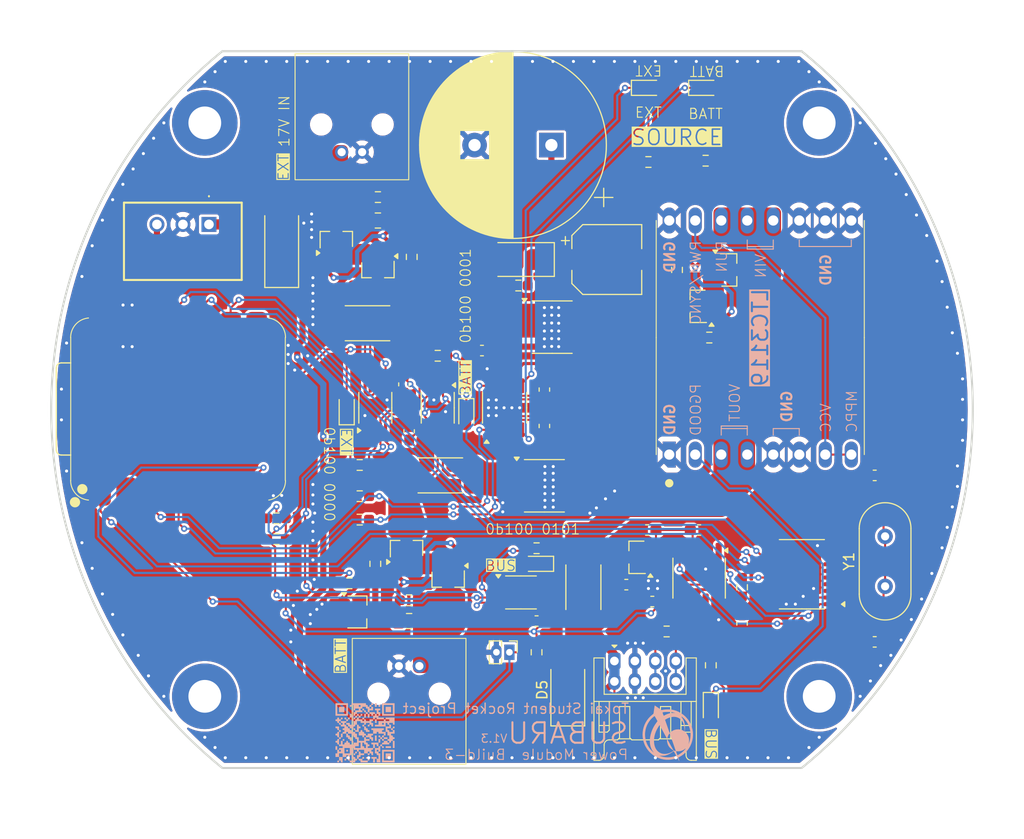
<source format=kicad_pcb>
(kicad_pcb (version 20241229) (generator "pcbnew") (generator_version "9.0")
  (layers (0 "F.Cu" signal) (2 "B.Cu" signal) (13 "F.Paste" user) (15 "B.Paste" user) (5 "F.SilkS" user "F.Silkscreen") (7 "B.SilkS" user "B.Silkscreen") (1 "F.Mask" user) (3 "B.Mask" user) (25 "Edge.Cuts" user))
  (net 0 "")
  (net 1 "+3.3V")
  (net 2 "GND")
  (net 3 "+5V")
  (net 4 "OSC1")
  (net 5 "OSC2")
  (net 6 "+12V")
  (net 7 "Net-(D4-A)")
  (net 8 "CAN_H")
  (net 9 "CAN_L")
  (net 10 "I2C_SCL")
  (net 11 "I2C_SDA")
  (net 12 "SPI_SCK")
  (net 13 "SPI_MOSI")
  (net 14 "SPI_MISO")
  (net 15 "CAN_TX")
  (net 16 "CAN_RX")
  (net 17 "SPI_CS_MCP2515")
  (net 18 "Net-(D3-A)")
  (net 20 "/PowerControl/BATT")
  (net 21 "/PowerControl/GPU")
  (net 22 "Net-(Q7-G)")
  (net 23 "Net-(Q5-G)")
  (net 24 "Net-(Q5-D)")
  (net 25 "Net-(Q7-D)")
  (net 26 "Net-(Q2-G)")
  (net 27 "Net-(D1-A)")
  (net 28 "VREF_T1")
  (net 29 "Net-(D2-A)")
  (net 30 "Net-(D6-K)")
  (net 31 "Net-(Q2-D)")
  (net 32 "Net-(U7-~{RESET})")
  (net 40 "+5VD")
  (net 41 "Net-(D4-K)")
  (net 42 "Net-(U5-CPO1)")
  (net 43 "Net-(U5-CPO2)")
  (net 44 "Net-(D1-K)")
  (net 45 "Net-(D2-K)")
  (net 46 "+VSW")
  (net 47 "Net-(Q11-G)")
  (net 48 "Net-(Q12-G)")
  (net 49 "Net-(U11-MPPC)")
  (net 50 "Net-(D3-K)")
  (net 51 "Net-(U5-VCC)")
  (net 52 "LTC4353_EN2")
  (net 53 "LTC4353_EN1")
  (net 54 "Net-(D7-K)")
  (net 55 "Net-(D8-K)")
  (net 56 "Net-(D9-K)")
  (net 57 "/PowerControl/GPU_LOWER")
  (net 58 "/PowerControl/BATT_LOWER")
  (net 59 "/PowerControl/BATT_UPPER")
  (net 60 "/PowerControl/GPU_UPPER")
  (net 61 "/PowerControl/BUS_LOWER")
  (net 62 "Net-(U6-~{Alert})")
  (net 63 "Net-(U4-~{Alert})")
  (net 64 "Net-(U3-~{Alert})")
  (net 65 "BATT_EN")
  (net 66 "Net-(Q3-D)")
  (net 67 "Net-(Q3-G)")
  (footprint "Resistor_SMD:R_0603_1608Metric_Pad0.98x0.95mm_HandSolder" (layer "F.Cu") (at 169.418 124.968 -90)
    (property "Reference" "R21" (hide yes))
    (property "Value" "3.6kR")
  )
  (footprint "Package_SO:VSSOP-10_3x3mm_P0.5mm" (layer "F.Cu") (at 136.652 99.822 90)
    (property "Reference" "U3" (hide yes))
    (property "Value" "INA228")
  )
  (footprint "LED_SMD:LED_0603_1608Metric_Pad1.05x0.95mm_HandSolder" (layer "F.Cu") (at 163.322 68.58)
    (property "Reference" "D2" (hide yes))
    (property "Value" "Orange")
  )
  (footprint "Package_SO:TSSOP-20_4.4x6.5mm_P0.65mm" (layer "F.Cu") (at 178.308 116.078 180)
    (property "Reference" "U7" (hide yes))
    (property "Value" "MCP2515-xSO")
  )
  (footprint "LED_SMD:LED_0603_1608Metric_Pad1.05x0.95mm_HandSolder" (layer "F.Cu") (at 145.542 100.584 -90)
    (property "Reference" "D8" (hide yes))
    (property "Value" "Red")
  )
  (footprint "Capacitor_SMD:C_0603_1608Metric" (layer "F.Cu") (at 147.066 94.234 180)
    (property "Reference" "C10" (hide yes))
    (property "Value" "0.1uF")
  )
  (footprint "Resistor_SMD:R_0603_1608Metric_Pad0.98x0.95mm_HandSolder" (layer "F.Cu") (at 134.112 116.967)
    (property "Reference" "R17" (hide yes))
    (property "Value" "820")
  )
  (footprint "Package_SO:SOIC-8_3.9x4.9mm_P1.27mm" (layer "F.Cu") (at 168.275 116.459 -90)
    (property "Reference" "U8" (hide yes))
    (property "Value" "MCP2562-E-SN")
  )
  (footprint "TSRP_IC:StrawberryLinux_LTC3119" (layer "F.Cu") (at 174.244 92.964 90)
    (property "Reference" "U11" (hide yes))
    (property "Value" "LTC3119")
  )
  (footprint "Capacitor_SMD:C_0603_1608Metric_Pad1.08x0.95mm_HandSolder" (layer "F.Cu") (at 185.42 106.426 180)
    (property "Reference" "C14" (hide yes))
    (property "Value" "15pF")
  )
  (footprint "Capacitor_THT:CP_Radial_D18.0mm_P7.50mm" (layer "F.Cu") (at 153.84578 74.168 180)
    (property "Reference" "C9" (hide yes))
    (property "Value" "2200uF")
  )
  (footprint "Capacitor_SMD:C_0603_1608Metric_Pad1.08x0.95mm_HandSolder" (layer "F.Cu") (at 163.703 118.745)
    (property "Reference" "C16" (hide yes))
    (property "Value" "0.1uF")
  )
  (footprint "Resistor_SMD:R_2512_6332Metric_Pad1.40x3.35mm_HandSolder" (layer "F.Cu") (at 143.002 106.426 180)
    (property "Reference" "R11" (hide yes))
    (property "Value" "15mR")
  )
  (footprint "Package_TO_SOT_SMD:SOT-23_Handsoldering" (layer "F.Cu") (at 136.906 86.36 -90)
    (property "Reference" "Q6" (hide yes))
    (property "Value" "AO3401A")
  )
  (footprint "Resistor_SMD:R_0603_1608Metric_Pad0.98x0.95mm_HandSolder" (layer "F.Cu") (at 136.652 115.062 -90)
    (property "Reference" "R5" (hide yes))
    (property "Value" "100kR")
  )
  (footprint "Capacitor_SMD:C_0603_1608Metric_Pad1.08x0.95mm_HandSolder" (layer "F.Cu") (at 152.4 120.65 180)
    (property "Reference" "C22" (hide yes))
    (property "Value" "0.1uF")
  )
  (footprint "LED_SMD:LED_0603_1608Metric_Pad1.05x0.95mm_HandSolder" (layer "F.Cu") (at 169.418 129.286 -90)
    (property "Reference" "D3" (hide yes))
    (property "Value" "Orange")
  )
  (footprint "Capacitor_SMD:C_0603_1608Metric_Pad1.08x0.95mm_HandSolder" (layer "F.Cu") (at 139.446 97.536 -90)
    (property "Reference" "C5" (hide yes))
    (property "Value" "0.1uF")
  )
  (footprint "Capacitor_SMD:C_0603_1608Metric_Pad1.08x0.95mm_HandSolder" (layer "F.Cu") (at 139.954 102.108 90)
    (property "Reference" "C3" (hide yes))
    (property "Value" "0.1uF")
  )
  (footprint "Resistor_SMD:R_2512_6332Metric_Pad1.40x3.35mm_HandSolder" (layer "F.Cu") (at 135.89 91.567)
    (property "Reference" "R10" (hide yes))
    (property "Value" "15mR")
  )
  (footprint "Capacitor_SMD:C_0603_1608Metric_Pad1.08x0.95mm_HandSolder" (layer "F.Cu") (at 172.466 120.904 -90)
    (property "Reference" "C13" (hide yes))
    (property "Value" "0.1uF")
  )
  (footprint "Package_SO:SOIC-8_3.9x4.9mm_P1.27mm" (layer "F.Cu") (at 153.924 91.948)
    (property "Reference" "Q11" (hide yes))
    (property "Value" "Si4162DY")
  )
  (footprint "LED_SMD:LED_0603_1608Metric_Pad1.05x0.95mm_HandSolder" (layer "F.Cu") (at 168.91 68.58)
    (property "Reference" "D1" (hide yes))
    (property "Value" "Orange")
  )
  (footprint "Resistor_SMD:R_0603_1608Metric_Pad0.98x0.95mm_HandSolder" (layer "F.Cu") (at 165.1 121.666)
    (property "Reference" "R25" (hide yes))
    (property "Value" "120R")
  )
  (footprint "Inductor_SMD:L_0603_1608Metric" (layer "F.Cu") (at 153.162 101.6 90)
    (property "Reference" "C21" (hide yes))
    (property "Value" "0.0056uF")
  )
  (footprint "Resistor_SMD:R_0603_1608Metric_Pad0.98x0.95mm_HandSolder" (layer "F.Cu") (at 152.4 113.538 180)
    (property "Reference" "R9" (hide yes))
    (property "Value" "680R")
  )
  (footprint "LED_SMD:LED_0603_1608Metric_Pad1.05x0.95mm_HandSolder" (layer "F.Cu") (at 133.858 99.822 90)
    (property "Reference" "D9" (hide yes))
    (property "Value" "Red")
  )
  (footprint "TSRP_Connector_Hirose:DF51-2P-2DS" (layer "F.Cu") (at 134.366 65.404 180)
    (property "Reference" "J1" (hide yes))
    (property "Value" "DF51-2P-2DS")
  )
  (footprint "Diode_SMD:D_SMA" (layer "F.Cu") (at 150.622 85.344 180)
    (property "Reference" "D4" (hide yes))
    (property "Value" "SMAJ45A")
  )
  (footprint "TSRP_IC:M78AR03305" (layer "F.Cu") (at 120.406 81.916 180)
    (property "Reference" "PS1" (hide yes))
    (property "Value" "M78AR05-0.5" (hide yes))
  )
  (footprint "Capacitor_SMD:C_0603_1608Metric_Pad1.08x0.95mm_HandSolder" (layer "F.Cu") (at 185.42 122.682 180)
    (property "Reference" "C15" (hide yes))
    (property "Value" "15pF")
  )
  (footprint "Capacitor_SMD:CP_Elec_6.3x5.9" (layer "F.Cu") (at 159.258 85.344)
    (property "Reference" "C11" (hide yes))
    (property "Value" "33uF")
  )
  (footprint "Resistor_SMD:R_0603_1608Metric_Pad0.98x0.95mm_HandSolder" (layer "F.Cu") (at 127 112.649 180)
    (property "Reference" "R1" (hide yes))
    (property "Value" "4.7kR")
  )
  (footprint "Package_TO_SOT_SMD:SOT-23_Handsoldering" (layer "F.Cu") (at 143.764 116.586 -90)
    (property "Reference" "Q2" (hide yes))
    (property "Value" "AO3401A")
  )
  (footprint "Package_TO_SOT_SMD:SOT-23_Handsoldering" (layer "F.Cu") (at 132.842 83.3628 90)
    (property "Reference" "Q5" (hide yes))
    (property "Value" "AO3401A")
  )
  (footprint "Resistor_SMD:R_0603_1608Metric_Pad0.98x0.95mm_HandSolder" (layer "F.Cu") (at 135.128 108.458 180)
    (property "Reference" "R3" (hide yes))
    (property "Value" "10kR")
  )
  (footprint "Connector_PinHeader_1.27mm:PinHeader_1x02_P1.27mm_Vertical" (layer "F.Cu") (at 149.748 123.698 -90)
    (property "Reference" "TH1" (hide yes))
    (property "Value" "Thermistor_NTC")
  )
  (footprint "Resistor_SMD:R_0603_1608Metric_Pad0.98x0.95mm_HandSolder" (layer "F.Cu") (at 166.116 86.36 -90)
    (property "Reference" "R20" (hide yes))
    (property "Value" "3.3kR")
  )
  (footprint "Diode_SMD:D_SMA_Handsoldering" (layer "F.Cu") (at 127.508 83.566 90)
    (property "Reference" "D6" (hide yes))
    (property "Value" "SB34AFC")
  )
  (footprint "LED_SMD:LED_0603_1608Metric_Pad1.05x0.95mm_HandSolder" (layer "F.Cu") (at 152.4 115.062 180)
    (property "Reference" "D7" (hide yes))
    (property "Value" "Red")
  )
  (footprint "Resistor_SMD:R_0603_1608Metric_Pad0.98x0.95mm_HandSolder" (layer "F.Cu") (at 127 110.617 180)
    (property "Reference" "R2" (hide yes))
    (property "Value" "4.7kR")
  )
  (footprint "Resistor_SMD:R_0603_1608Metric_Pad0.98x0.95mm_HandSolder" (layer "F.Cu") (at 135.128 105.41)
    (property "Reference" "R14" (hide yes))
    (property "Value" "680R")
  )
  (footprint "TSRP_Seeed_XIAO:XIAO-RP2040-SMD" (layer "F.Cu") (at 117.44325 100 90)
    (property "Reference" "U1" (hide yes))
    (property "Value" "XIAO-RP2040-DIP")
  )
  (footprint "Resistor_SMD:R_0603_1608Metric_Pad0.98x0.95mm_HandSolder" (layer "F.Cu") (at 169.2675 92.964)
    (property "Reference" "R19" (hide yes))
    (property "Value" "5.6kR")
  )
  (footprint "Capacitor_SMD:C_0805_2012Metric_Pad1.18x1.45mm_HandSolder" (layer "F.Cu") (at 139.954 120.65 180)
    (property "Reference" "C2" (hide yes))
    (property "Value" "22uF")
  )
  (footprint "Resistor_SMD:R_0603_1608Metric_Pad0.98x0.95mm_HandSolder" (layer "F.Cu") (at 168.91 75.692)
    (property "Reference" "R15" (hide yes))
    (property "Value" "2.7kR")
  )
  (footprint "Package_TO_SOT_SMD:SOT-23_Handsoldering" (layer "F.Cu") (at 171.196 86.36)
    (property "Reference" "Q8" (hide yes))
    (property "Value" "AO3401A")
  )
  (footprint "Diode_SMD:D_SMA" (layer "F.Cu") (at 155.448 127.381 90)
    (property "Reference" "D5")
    (property "Value" "SMAJ45A")
  )
  (footprint "Resistor_SMD:R_0603_1608Metric_Pad0.98x0.95mm_HandSolder" (layer "F.Cu") (at 142.748 94.742 180)
    (property "Reference" "R13" (hide yes))
    (property "Value" "680R")
  )
  (footprint "MountingHole:MountingHole_3.2mm_M3_Pad_TopBottom" (layer "F.Cu") (at 180 128)
    (property "Reference" "H4" (hide yes))
    (property "Value" "MountingHole")
  )
  (footprint "Package_TO_SOT_SMD:SOT-23_Handsoldering" (layer "F.Cu") (at 139.7 113.538 90)
    (property "Reference" "Q4" (hide yes))
    (property "Value" "AO3401A")
  )
  (footprint "TSRP_Connector_Hirose:DF51-2P-2DS" (layer "F.Cu") (at 139.954 134.494)
    (property "Reference" "J2" (hide yes))
    (property "Value" "DF51-2P-2DS")
  )
  (footprint "Package_SO:SOIC-8_3.9x4.9mm_P1.27mm" (layer "F.Cu") (at 153.162 107.442)
    (property "Reference" "Q12" (hide yes))
    (property "Value" "Si4162DY")
  )
  (footprint "MountingHole:MountingHole_3.2mm_M3_Pad_TopBottom" (layer "F.Cu") (at 120 128)
    (property "Reference" "H2" (hide yes))
    (property "Value" "MountingHole")
  )
  (footprint "Resistor_SMD:R_0603_1608Metric_Pad0.98x0.95mm_HandSolder" (layer "F.Cu") (at 150.622 87.884)
    (property "Reference" "R18" (hide yes))
    (property "Value" "5.6kR")
  )
  (footprint "Package_TO_SOT_SMD:TSOT-23_HandSoldering" (layer "F.Cu") (at 134.874 119.761)
    (property "Reference" "Q3" (hide yes))
    (property "Value" "AO3400A")
  )
  (footprint "Capacitor_SMD:C_0603_1608Metric_Pad1.08x0.95mm_HandSolder" (layer "F.Cu") (at 161.163 117.094)
    (property "Reference" "C19" (hide yes))
    (property "Value" "2.2uF")
  )
  (footprint "Package_SO:VSSOP-10_3x3mm_P0.5mm" (layer "F.Cu") (at 142.748 99.822 -90)
    (property "Reference" "U4" (hide yes))
    (property "Value" "INA228")
  )
  (footprint "Resistor_SMD:R_2512_6332Metric_Pad1.40x3.35mm_HandSolder" (layer "F.Cu") (at 156.972 117.348 -90)
    (property "Reference" "R12" (hide yes))
    (property "Value" "15mR")
  )
  (footprint "Resistor_SMD:R_0603_1608Metric_Pad0.98x0.95mm_HandSolder" (layer "F.Cu") (at 140.208 85.09 90)
    (property "Reference" "R8" (hide yes))
    (property "Value" "100kR")
  )
  (footprint "MountingHole:MountingHole_3.2mm_M3_Pad_TopBottom" (layer "F.Cu") (at 120 72)
    (property "Reference" "H1" (hide yes))
    (property "Value" "MountingHole")
  )
  (footprint "Package_SO:VSSOP-10_3x3mm_P0.5mm" (layer "F.Cu") (at 150.876 117.856)
    (property "Reference" "U6" (hide yes))
    (property "Value" "INA228")
  )
  (footprint "Inductor_SMD:L_0603_1608Metric" (layer "F.Cu") (at 153.162 98.044 -90)
    (property "Reference" "C18" (hide yes))
    (property "Value" "0.056uF")
  )
  (footprint "Package_SO:MSOP-16_3x4.039mm_P0.5mm" (layer "F.Cu") (at 149.2758 99.822 90)
    (property "Reference" "U5" (hide yes))
    (property "Value" "LTC4353")
  )
  (footprint "Crystal:Crystal_HC49-4H_Vertical" (layer "F.Cu") (at 186.436 117.258 90)
    (property "Reference" "Y1")
    (property "Value" "8MHz")
  )
  (footprint "Resistor_SMD:R_0603_1608Metric_Pad0.98x0.95mm_HandSolder" (layer "F.Cu") (at 152.4 123.698 -90)
    (property "Reference" "R26" (hide yes))
    (property "Value" "10kR")
  )
  (footprint "Resistor_SMD:R_0603_1608Metric_Pad0.98x0.95mm_HandSolder" (layer "F.Cu") (at 163.322 75.819)
    (property "Reference" "R16" (hide yes))
    (property "Value" "2.7kR")
  )
  (footprint "TSRP_Connector_Hirose:DF11-8DP-2DS" (layer "F.Cu") (at 163 128)
    (property "Reference" "J3" (hide yes))
    (property "Value" "DF11-8DP-2DS")
  )
  (footprint "MountingHole:MountingHole_3.2mm_M3_Pad_TopBottom" (layer "F.Cu") (at 180 72)
    (property "Reference" "H3" (hide yes))
    (property "Value" "MountingHole")
  )
  (footprint "Capacitor_SMD:C_0805_2012Metric_Pad1.18x1.45mm_HandSolder" (layer "F.Cu") (at 136.906 81.534)
    (property "Reference" "C4" (hide yes))
    (property "Value" "22uF")
  )
  (footprint "Package_TO_SOT_SMD:SOT-23_Handsoldering" (layer "F.Cu") (at 168.148 89.916 180)
    (property "Reference" "Q7" (hide yes))
    (property "Value" "AO3401A")
  )
  (footprint "Resistor_SMD:R_0603_1608Metric_Pad0.98x0.95mm_HandSolder" (layer "F.Cu") (at 172.466 117.348 -90)
    (property "Reference" "R24" (hide yes))
    (property "Value" "10kR")
  )
  (footprint "Resistor_SMD:R_0603_1608Metric_Pad0.98x0.95mm_HandSolder" (layer "F.Cu") (at 139.954 118.618 180)
    (property "Reference" "R4" (hide yes))
    (property "Value" "10kR")
  )
  (footprint "Resistor_SMD:R_0603_1608Metric_Pad0.98x0.95mm_HandSolder" (layer "F.Cu") (at 136.906 79.248)
    (property "Reference" "R7" (hide yes))
    (property "Value" "10kR")
  )
  (footprint "Package_TO_SOT_SMD:SOT-23_Handsoldering" (layer "F.Cu") (at 162.179 114.427 180)
    (property "Reference" "U9" (hide yes))
    (property "Value" "MCP1792x-5002xCB")
  )
  (footprint "Resistor_SMD:R_0603_1608Metric_Pad0.98x0.95mm_HandSolder" (layer "F.Cu") (at 135.128 110.744 180)
    (property "Reference" "R6" (hide yes))
    (property "Value" "10kR")
  )
  (footprint "Capacitor_SMD:C_0603_1608Metric_Pad1.08x0.95mm_HandSolder" (layer "F.Cu") (at 163.195 111.76 180)
    (property "Reference" "C20" (hide yes))
    (property "Value" "2.2uF")
  )
  (footprint "Capacitor_SMD:C_0603_1608Metric_Pad1.08x0.95mm_HandSolder" (layer "F.Cu") (at 168.275 111.76 180)
    (property "Reference" "C17" (hide yes))
    (property "Value" "0.1uF")
  )
  (footprint "LOGO" (layer "B.Cu") (at 135.636 131.572 180)
    (property "Reference" "G***" (hide yes))
    (property "Value" "LOGO" (hide yes))
  )
  (footprint "LOGO" (layer "B.Cu") (at 165.206 131.588 180)
    (property "Reference" "G***" (hide yes))
    (property "Value" "LOGO" (hide yes))
  )
  (gr_line (start 150.000001 135.000001) (end 178.284267 135.000001) (stroke (width 0.2)) (layer "Edge.Cuts"))
  (gr_line (start 150.000001 135.000001) (end 121.715732 135.000001) (stroke (width 0.2)) (layer "Edge.Cuts"))
  (gr_arc (start 178.28427 64.999999) (mid 195.000001 100.000001) (end 178.284267 135.000001) (stroke (width 0.2)) (layer "Edge.Cuts"))
  (gr_line (start 150.000001 64.999999) (end 121.715732 64.999999) (stroke (width 0.2)) (layer "Edge.Cuts"))
  (gr_line (start 150.000001 64.999999) (end 178.28427 64.999999) (stroke (width 0.2)) (layer "Edge.Cuts"))
  (gr_arc (start 121.715732 135.000001) (mid 104.999999 100) (end 121.715732 64.999999) (stroke (width 0.2)) (layer "Edge.Cuts"))
  (gr_text "0b100 0000" (at 131.572 101.6 270) (layer "F.SilkS") (effects (font (size 1 1) (thickness 0.1)) (justify left bottom)))
  (gr_text "EXT" (at 128.27 77.724 90) (layer "F.SilkS" knockout) (effects (font (size 1 1) (thickness 0.1)) (justify left bottom)))
  (gr_text "BATT" (at 169.037 66.929 180) (layer "F.SilkS") (effects (font (size 1 1) (thickness 0.1))))
  (gr_text "EXT" (at 164.719 66.294 180) (layer "F.SilkS") (effects (font (size 1 1) (thickness 0.1)) (justify left bottom)))
  (gr_text "BATT" (at 146.05 98.679 90) (layer "F.SilkS" knockout) (effects (font (size 1 1) (thickness 0.1)) (justify left bottom)))
  (gr_text "17V IN" (at 127.762 74.422 90) (layer "F.SilkS") (effects (font (size 1 1) (thickness 0.1)) (justify left)))
  (gr_text "0b100 0001" (at 146.05 93.599 90) (layer "F.SilkS") (effects (font (size 1 1) (thickness 0.1)) (justify left bottom)))
  (gr_text "0b100 0101" (at 147.32 112.268 0) (layer "F.SilkS") (effects (font (size 1 1) (thickness 0.1)) (justify left bottom)))
  (gr_text "BATT" (at 168.91 71.12 0) (layer "F.SilkS") (effects (font (size 1 1) (thickness 0.1))))
  (gr_text "EXT" (at 163.322 70.993 0) (layer "F.SilkS") (effects (font (size 1 1) (thickness 0.1))))
  (gr_text "BUS" (at 147.32 115.824 0) (layer "F.SilkS" knockout) (effects (font (size 1 1) (thickness 0.1)) (justify left bottom)))
  (gr_text "BUS" (at 169.418 131.064 270) (layer "F.SilkS" knockout) (effects (font (size 1 1) (thickness 0.1)) (justify left)))
  (gr_text "SOURCE" (at 161.544 74.295 0) (layer "F.SilkS" knockout) (effects (font (size 1.5 1.5)) (justify left bottom)))
  (gr_text "BATT" (at 133.858 125.857 90) (layer "F.SilkS" knockout) (effects (font (size 1 1) (thickness 0.1)) (justify left bottom)))
  (gr_text "EXT" (at 133.223 101.727 270) (layer "F.SilkS" knockout) (effects (font (size 1 1) (thickness 0.1)) (justify left bottom)))
  (gr_text "Power Module  Build-3" (at 161.406 134.288 0) (layer "B.SilkS") (effects (font (size 1 1) (thickness 0.1)) (justify left bottom mirror)))
  (gr_text "SUBARU" (at 161.506 132.788 0) (layer "B.SilkS") (effects (font (size 2 2) (thickness 0.2) (bold yes)) (justify left bottom mirror)))
  (gr_text "V1.3" (at 149.606 132.588 0) (layer "B.SilkS") (effects (font (size 0.8 0.8) (thickness 0.1)) (justify left bottom mirror)))
  (gr_text "Tokai Student Rocket Project\n" (at 161.506 129.788 0) (layer "B.SilkS") (effects (font (size 1 1) (thickness 0.125)) (justify left bottom mirror)))
  (segment (start 140.067837 97.504278) (end 139.446 96.88244) (width 0.2) (layer "F.Cu") (net 1))
  (segment (start 143.256 98.679) (end 143.256 97.63) (width 0.2) (layer "F.Cu") (net 1))
  (segment (start 138.598 97.622) (end 137.652 97.622) (width 0.2) (layer "F.Cu") (net 1))
  (segment (start 133.858 98.947) (end 133.858 94.488) (width 0.2) (layer "F.Cu") (net 1))
  (segment (start 141.478 100.679) (end 141.748 100.949) (width 0.2) (layer "F.Cu") (net 1))
  (segment (start 116.84 95.885) (end 126.873 95.885) (width 0.6) (layer "F.Cu") (net 1))
  (segment (start 152.4 121.92) (end 152.4 122.7855) (width 0.2) (layer "F.Cu") (net 1))
  (segment (start 134.239 94.107) (end 131.953 94.107) (width 0.2) (layer "F.Cu") (net 1))
  (segment (start 145.542 100.965) (end 145.542 101.459) (width 0.2) (layer "F.Cu") (net 1))
  (segment (start 141.478 100.33) (end 141.478 100.679) (width 0.2) (layer "F.Cu") (net 1))
  (segment (start 171.323 117.094) (end 172.466 118.237) (width 0.2) (layer "F.Cu") (net 1))
  (segment (start 148.676 117.356) (end 148.676 116.856) (width 0.2) (layer "F.Cu") (net 1))
  (segment (start 153.2625 119.0425) (end 153.076 118.856) (width 0.2) (layer "F.Cu") (net 1))
  (segment (start 149.731 116.856) (end 151.525 115.062) (width 0.2) (layer "F.Cu") (net 1))
  (segment (start 127.9125 110.0855) (end 128.524 109.474) (width 0.2) (layer "F.Cu") (net 1))
  (segment (start 153.076 118.856) (end 151.368 118.856) (width 0.2) (layer "F.Cu") (net 1))
  (segment (start 139.446 96.774) (end 138.598 97.622) (width 0.2) (layer "F.Cu") (net 1))
  (segment (start 143.51 98.933) (end 143.256 98.679) (width 0.2) (layer "F.Cu") (net 1))
  (segment (start 143.51 98.933) (end 145.542 100.965) (width 0.2) (layer "F.Cu") (net 1))
  (segment (start 153.2625 120.65) (end 153.162 120.65) (width 0.2) (layer "F.Cu") (net 1))
  (segment (start 166.37 118.934) (end 166.339 118.903) (width 0.2) (layer "F.Cu") (net 1))
  (segment (start 153.162 120.65) (end 152.146 121.666) (width 0.2) (layer "F.Cu") (net 1))
  (segment (start 114.90325 93.94825) (end 116.84 95.885) (width 0.6) (layer "F.Cu") (net 1))
  (segment (start 175.4455 117.703) (end 173.0235 117.703) (width 0.2) (layer "F.Cu") (net 1))
  (segment (start 131.953 94.107) (end 128.524 97.536) (width 0.2) (layer "F.Cu") (net 1))
  (segment (start 127.889 119.888) (end 127.9125 119.8645) (width 0.2) (layer "F.Cu") (net 1))
  (segment (start 166.339 118.903) (end 166.339 118.014) (width 0.2) (layer "F.Cu") (net 1))
  (segment (start 166.181 118.745) (end 166.37 118.934) (width 0.2) (layer "F.Cu") (net 1))
  (segment (start 150.638 116.856) (end 148.676 116.856) (width 0.2) (layer "F.Cu") (net 1))
  (segment (start 152.146 121.666) (end 152.4 121.92) (width 0.2) (layer "F.Cu") (net 1))
  (segment (start 173.0235 117.703) (end 172.466 118.2605) (width 0.2) (layer "F.Cu") (net 1))
  (segment (start 153.2625 120.65) (end 153.2625 119.0425) (width 0.2) (layer "F.Cu") (net 1))
  (segment (start 139.446 96.6735) (end 139.446 96.774) (width 0.2) (layer "F.Cu") (net 1))
  (segment (start 151.368 118.856) (end 150.876 118.364) (width 0.2) (layer "F.Cu") (net 1))
  (segment (start 172.466 118.2605) (end 172.466 120.0415) (width 0.2) (layer "F.Cu") (net 1))
  (segment (start 141.662 102.108) (end 141.748 102.022) (width 0.2) (layer "F.Cu") (net 1))
  (segment (start 148.676 116.856) (end 149.731 116.856) (width 0.2) (layer "F.Cu") (net 1))
  (segment (start 143.256 97.63) (end 143.248 97.622) (width 0.2) (layer "F.Cu") (net 1))
  (segment (start 137.652 97.622) (end 137.652 95.52) (width 0.2) (layer "F.Cu") (net 1))
  (segment (start 127.9125 119.8645) (end 127.9125 110.0855) (width 0.2) (layer "F.Cu") (net 1))
  (segment (start 126.873 95.885) (end 128.524 97.536) (width 0.6) (layer "F.Cu") (net 1))
  (segment (start 163.576 119.888) (end 164.5655 118.8985) (width 0.2) (layer "F.Cu") (net 1))
  (segment (start 137.652 95.52) (end 137.668 95.504) (width 0.2) (layer "F.Cu") (net 1))
  (segment (start 139.954 102.9705) (end 140.8165 102.108) (width 0.2) (layer "F.Cu") (net 1))
  (segment (start 167.259 117.094) (end 171.323 117.094) (width 0.2) (layer "F.Cu") (net 1))
  (segment (start 150.876 117.094) (end 150.638 116.856) (width 0.2) (layer "F.Cu") (net 1))
  (segment (start 141.748 100.949) (end 141.748 102.022) (width 0.2) (layer "F.Cu") (net 1))
  (segment (start 128.524 97.536) (end 128.524 109.474) (width 0.6) (layer "F.Cu") (net 1))
  (segment (start 150.876 118.364) (end 150.876 117.094) (width 0.2) (layer "F.Cu") (net 1))
  (segment (start 166.339 118.014) (end 167.259 117.094) (width 0.2) (layer "F.Cu") (net 1))
  (segment (start 133.858 94.488) (end 134.239 94.107) (width 0.2) (layer "F.Cu") (net 1))
  (segment (start 164.5655 118.8985) (end 164.5655 118.745) (width 0.2) (layer "F.Cu") (net 1))
  (segment (start 172.466 118.237) (end 172.466 118.2605) (width 0.2) (layer "F.Cu") (net 1))
  (segment (start 114.90325 91.835) (end 114.90325 93.94825) (width 0.6) (layer "F.Cu") (net 1))
  (segment (start 164.5655 118.745) (end 166.181 118.745) (width 0.2) (layer "F.Cu") (net 1))
  (segment (start 139.446 96.88244) (end 139.446 96.6735) (width 0.2) (layer "F.Cu") (net 1))
  (segment (start 140.8165 102.108) (end 141.662 102.108) (width 0.2) (layer "F.Cu") (net 1))
  (via (at 141.478 100.33) (size 0.6) (drill 0.3) (layers "F.Cu" "B.Cu") (net 1))
  (via (at 152.146 121.666) (size 0.6) (drill 0.3) (layers "F.Cu" "B.Cu") (net 1))
  (via (at 140.067837 97.504278) (size 0.6) (drill 0.3) (layers "F.Cu" "B.Cu") (net 1))
  (via (at 127.889 119.888) (size 0.6) (drill 0.3) (layers "F.Cu" "B.Cu") (net 1))
  (via (at 163.576 119.888) (size 0.6) (drill 0.3) (layers "F.Cu" "B.Cu") (net 1))
  (via (at 143.51 98.933) (size 0.6) (drill 0.3) (layers "F.Cu" "B.Cu") (net 1))
  (via (at 134.239 94.107) (size 0.6) (drill 0.3) (layers "F.Cu" "B.Cu") (net 1))
  (via (at 137.668 95.504) (size 0.6) (drill 0.3) (layers "F.Cu" "B.Cu") (net 1))
  (segment (start 140.067837 97.504278) (end 141.478 98.91444) (width 0.2) (layer "B.Cu") (net 1))
  (segment (start 143.51 99.187) (end 142.748 99.949) (width 0.2) (layer "B.Cu") (net 1))
  (segment (start 143.51 98.933) (end 143.51 99.187) (width 0.2) (layer "B.Cu") (net 1))
  (segment (start 127.889 119.888) (end 129.667 121.666) (width 0.2) (layer "B.Cu") (net 1))
  (segment (start 141.859 99.949) (end 141.478 100.33) (width 0.2) (layer "B.Cu") (net 1))
  (segment (start 129.667 121.666) (end 152.908 121.666) (width 0.2) (layer "B.Cu") (net 1))
  (segment (start 134.239 94.107) (end 136.271 94.107) (width 0.2) (layer "B.Cu") (net 1))
  (segment (start 136.271 94.107) (end 137.668 95.504) (width 0.2) (layer "B.Cu") (net 1))
  (segment (start 141.478 98.91444) (end 141.478 100.33) (width 0.2) (layer "B.Cu") (net 1))
  (segment (start 162.179 119.888) (end 163.576 119.888) (width 0.2) (layer "B.Cu") (net 1))
  (segment (start 152.146 121.666) (end 152.908 121.666) (width 0.2) (layer "B.Cu") (net 1))
  (segment (start 152.908 121.666) (end 160.401 121.666) (width 0.2) (layer "B.Cu") (net 1))
  (segment (start 160.401 121.666) (end 162.179 119.888) (width 0.2) (layer "B.Cu") (net 1))
  (segment (start 142.748 99.949) (end 141.859 99.949) (width 0.2) (layer "B.Cu") (net 1))
  (segment (start 142.248 102.022) (end 142.248 103.37) (width 0.2) (layer "F.Cu") (net 2))
  (segment (start 142.248 102.022) (end 142.248 100.846) (width 0.2) (layer "F.Cu") (net 2))
  (segment (start 137.152 97.622) (end 137.152 98.671) (width 0.2) (layer "F.Cu") (net 2))
  (segment (start 151.892 118.364) (end 151.9 118.356) (width 0.2) (layer "F.Cu") (net 2))
  (segment (start 146.558 94.234) (end 146.291 94.234) (width 0.2) (layer "F.Cu") (net 2))
  (segment (start 148.0258 96.4638) (end 147.574 96.012) (width 0.2) (layer "F.Cu") (net 2))
  (segment (start 137.152 97.622) (end 137.152 96.401) (width 0.2) (layer "F.Cu") (net 2))
  (segment (start 147.574 95.25) (end 146.558 94.234) (width 0.2) (layer "F.Cu") (net 2))
  (segment (start 147.574 96.012) (end 147.574 95.25) (width 0.2) (layer "F.Cu") (net 2))
  (segment (start 142.24 103.378) (end 142.248 103.37) (width 0.2) (layer "F.Cu") (net 2))
  (segment (start 142.24 100.838) (end 142.248 100.846) (width 0.2) (layer "F.Cu") (net 2))
  (segment (start 137.152 98.671) (end 137.16 98.679) (width 0.2) (layer "F.Cu") (net 2))
  (segment (start 153.076 118.356) (end 154.424 118.356) (width 0.2) (layer "F.Cu") (net 2))
  (segment (start 153.076 118.356) (end 151.9 118.356) (width 0.2) (layer "F.Cu") (net 2))
  (segment (start 154.424 118.356) (end 154.432 118.364) (width 0.2) (layer "F.Cu") (net 2))
  (segment (start 137.16 96.393) (end 137.152 96.401) (width 0.2) (layer "F.Cu") (net 2))
  (segment (start 148.0258 97.672) (end 148.0258 96.4638) (width 0.2) (layer "F.Cu") (net 2))
  (via (at 194 103) (size 0.6) (drill 0.3) (layers "F.Cu" "B.Cu") (net 2))
  (via (at 148.463 99.822) (size 0.6) (drill 0.3) (layers "F.Cu" "B.Cu") (net 2))
  (via (at 112.903 89.789) (size 0.6) (drill 0.3) (layers "F.Cu" "B.Cu") (net 2))
  (via (at 149.987 99.822) (size 0.6) (drill 0.3) (layers "F.Cu" "B.Cu") (net 2))
  (via (at 142.367 99.06) (size 0.6) (drill 0.3) (layers "F.Cu" "B.Cu") (net 2))
  (via (at 130.556 114.681) (size 0.6) (drill 0.3) (layers "F.Cu" "B.Cu") (net 2))
  (via (at 154 134) (size 0.6) (drill 0.3) (layers "F.Cu" "B.Cu") (net 2))
  (via (at 175 134) (size 0.6) (drill 0.3) (layers "F.Cu" "B.Cu") (net 2))
  (via (at 130.429 82.423) (size 0.6) (drill 0.3) (layers "F.Cu" "B.Cu") (net 2))
  (via (at 122 134) (size 0.6) (drill 0.3) (layers "F.Cu" "B.Cu") (net 2))
  (via (at 147.574 96.012) (size 0.6) (drill 0.3) (layers "F.Cu" "B.Cu") (net 2))
  (via (at 161.29 122.809) (size 0.6) (drill 0.3) (layers "F.Cu" "B.Cu") (net 2))
  (via (at 162.052 128.143) (size 0.6) (drill 0.3) (layers "F.Cu" "B.Cu") (net 2))
  (via (at 160 134) (size 0.6) (drill 0.3) (layers "F.Cu" "B.Cu") (net 2))
  (via (at 142 66) (size 0.6) (drill 0.3) (layers "F.Cu" "B.Cu") (net 2))
  (via (at 154.0256 107.5436) (size 0.6) (drill 0.3) (layers "F.Cu" "B.Cu") (net 2))
  (via (at 130.556 108.331) (size 0.6) (drill 0.3) (layers "F.Cu" "B.Cu") (net 2))
  (via (at 153.8732 93.0656) (size 0.6) (drill 0.3) (layers "F.Cu" "B.Cu") (net 2))
  (via (at 162.814 122.809) (size 0.6) (drill 0.3) (layers "F.Cu" "B.Cu") (net 2))
  (via (at 142 134) (size 0.6) (drill 0.3) (layers "F.Cu" "B.Cu") (net 2))
  (via (at 180 68) (size 0.6) (drill 0.3) (layers "F.Cu" "B.Cu") (net 2))
  (via (at 193 92.5) (size 0.6) (drill 0.3) (layers "F.Cu" "B.Cu") (net 2))
  (via (at 154.0256 109.5248) (size 0.6) (drill 0.3) (layers "F.Cu" "B.Cu") (net 2))
  (via (at 109 84) (size 0.6) (drill 0.3) (layers "F.Cu" "B.Cu") (net 2))
  (via (at 158 66) (size 0.6) (drill 0.3) (layers "F.Cu" "B.Cu") (net 2))
  (via (at 111 120) (size 0.6) (drill 0.3) (layers "F.Cu" "B.Cu") (net 2))
  (via (at 130.556 90.932) (size 0.6) (drill 0.3) (layers "F.Cu" "B.Cu") (net 2))
  (via (at 138 134) (size 0.6) (drill 0.3) (layers "F.Cu" "B.Cu") (net 2))
  (via (at 136 134) (size 0.6) (drill 0.3) (layers "F.Cu" "B.Cu") (net 2))
  (via (at 120 68) (size 0.6) (drill 0.3) (layers "F.Cu" "B.Cu") (net 2))
  (via (at 130.937 119.507) (size 0.6) (drill 0.3) (layers "F.Cu" "B.Cu") (net 2))
  (via (at 143.51 100.203) (size 0.6) (drill 0.3) (layers "F.Cu" "B.Cu") (net 2))
  (via (at 191 116) (size 0.6) (drill 0.3) (layers "F.Cu" "B.Cu") (net 2))
  (via (at 162 134) (size 0.6) (drill 0.3) (layers "F.Cu" "B.Cu") (net 2))
  (via (at 171 134) (size 0.6) (drill 0.3) (layers "F.Cu" "B.Cu") (net 2))
  (via (at 128.397 121.539) (size 0.6) (drill 0.3) (layers "F.Cu" "B.Cu") (net 2))
  (via (at 130.048 94.742) (size 0.6) (drill 0.3) (layers "F.Cu" "B.Cu") (net 2))
  (via (at 157.607 110.109) (size 0.6) (drill 0.3) (layers "F.Cu" "B.Cu") (net 2))
  (via (at 110 81.5) (size 0.6) (drill 0.3) (layers "F.Cu" "B.Cu") (net 2))
  (via (at 113 76.5) (size 0.6) (drill 0.3) (layers "F.Cu" "B.Cu") (net 2))
  (via (at 154.0256 108.8644) (size 0.6) (drill 0.3) (layers "F.Cu" "B.Cu") (net 2))
  (via (at 144 134) (size 0.6) (drill 0.3) (layers "F.Cu" "B.Cu") (net 2))
  (via (at 114 75) (size 0.6) (drill 0.3) (layers "F.Cu" "B.Cu") (net 2))
  (via (at 153.2128 106.2228) (size 0.6) (drill 0.3) (layers "F.Cu" "B.Cu") (net 2))
  (via (at 158.242 109.601) (size 0.6) (drill 0.3) (layers "F.Cu" "B.Cu") (net 2))
  (via (at 153.8732 93.8276) (size 0.6) (drill 0.3) (layers "F.Cu" "B.Cu") (net 2))
  (via (at 137.795 99.06) (size 0.6) (drill 0.3) (layers "F.Cu" "B.Cu") (net 2))
  (via (at 150.749 99.822) (size 0.6) (drill 0.3) (layers "F.Cu" "B.Cu") (net 2))
  (via (at 128 134) (size 0.6) (drill 0.3) (layers "F.Cu" "B.Cu") (net 2))
  (via (at 135.636 100.584) (size 0.6) (drill 0.3) (layers "F.Cu" "B.Cu") (net 2))
  (via (at 130.7338 110.109) (size 0.6) (drill 0.3) (layers "F.Cu" "B.Cu") (net 2))
  (via (at 154 66) (size 0.6) (drill 0.3) (layers "F.Cu" "B.Cu") (net 2))
  (via (at 187 124) (size 0.6) (drill 0.3) (layers "F.Cu" "B.Cu") (net 2))
  (via (at 158 134) (size 0.6) (drill 0.3) (layers "F.Cu" "B.Cu") (net 2))
  (via (at 132 134) (size 0.6) (drill 0.3) (layers "F.Cu" "B.Cu") (net 2))
  (via (at 164.9984 125.5268) (size 0.6) (drill 0.3) (layers "F.Cu" "B.Cu") (net 2))
  (via (at 170 66) (size 0.6) (drill 0.3) (layers "F.Cu" "B.Cu") (net 2))
  (via (at 124 134) (size 0.6) (drill 0.3) (layers "F.Cu" "B.Cu") (net 2))
  (via (at 130.683 116.586) (size 0.6) (drill 0.3) (layers "F.Cu" "B.Cu") (net 2))
  (via (at 152 134) (size 0.6) (drill 0.3) (layers "F.Cu" "B.Cu") (net 2))
  (via (at 168.91 115.57) (size 0.6) (drill 0.3) (layers "F.Cu" "B.Cu") (net 2))
  (via (at 154.0256 106.8832) (size 0.6) (drill 0.3) (layers "F.Cu" "B.Cu") (net 2))
  (via (at 147.701 99.06) (size 0.6) (drill 0.3) (layers "F.Cu" "B.Cu") (net 2))
  (via (at 192 113.5) (size 0.6) (drill 0.3) (layers "F.Cu" "B.Cu") (net 2))
  (via (at 166 134) (size 0.6) (drill 0.3) (layers "F.Cu" "B.Cu") (net 2))
  (via (at 163.322 117.475) (size 0.6) (drill 0.3) (layers "F.Cu" "B.Cu") (net 2))
  (via (at 153.2128 107.5436) (size 0.6) (drill 0.3) (layers "F.Cu" "B.Cu") (net 2))
  (via (at 162.814 128.143) (size 0.6) (drill 0.3) (layers "F.Cu" "B.Cu") (net 2))
  (via (at 179 67) (size 0.6) (drill 0.3) (layers "F.Cu" "B.Cu") (net 2))
  (via (at 162.052 122.809) (size 0.6) (drill 0.3) (layers "F.Cu" "B.Cu") (net 2))
  (via (at 116 72) (size 0.6) (drill 0.3) (layers "F.Cu" "B.Cu") (net 2))
  (via (at 154.559 90.043) (size 0.6) (drill 0.3) (layers "F.Cu" "B.Cu") (net 2))
  (via (at 122 66) (size 0.6) (drill 0.3) (layers "F.Cu" "B.Cu") (net 2))
  (via (at 191.5 85.5) (size 0.6) (drill 0.3) (layers "F.Cu" "B.Cu") (net 2))
  (via (at 177.673 118.999) (size 0.6) (drill 0.3) (layers "F.Cu" "B.Cu") (net 2))
  (via (at 164.211 116.713) (size 0.6) (drill 0.3) (layers "F.Cu" "B.Cu") (net 2))
  (via (at 152 66) (size 0.6) (drill 0.3) (layers "F.Cu" "B.Cu") (net 2))
  (via (at 115 73.5) (size 0.6) (drill 0.3) (layers "F.Cu" "B.Cu") (net 2))
  (via (at 189.5 81) (size 0.6) (drill 0.3) (layers "F.Cu" "B.Cu") (net 2))
  (via (at 179 133) (size 0.6) (drill 0.3) (layers "F.Cu" "B.Cu") (net 2))
  (via (at 178.435 118.237) (size 0.6) (drill 0.3) (layers "F.Cu" "B.Cu") (net 2))
  (via (at 146 66) (size 0.6) (drill 0.3) (layers "F.Cu" "B.Cu") (net 2))
  (via (at 128.143 94.615) (size 0.6) (drill 0.3) (layers "F.Cu" "B.Cu") (net 2))
  (via (at 106.5 93.5) (size 0.6) (drill 0.3) (layers "F.Cu" "B.Cu") (net 2))
  (via (at 148.463 99.06) (size 0.6) (drill 0.3) (layers "F.Cu" "B.Cu") (net 2))
  (via (at 130.302 120.015) (size 0.6) (drill 0.3) (layers "F.Cu" "B.Cu") (net 2))
  (via (at 106.5 106) (size 0.6) (drill 0.3) (layers "F.Cu" "B.Cu") (net 2))
  (via (at 148 66) (size 0.6) (drill 0.3) (layers "F.Cu" "B.Cu") (net 2))
  (via (at 173 134) (size 0.6) (drill 0.3) (layers "F.Cu" "B.Cu") (net 2))
  (via (at 150 134) (size 0.6) (drill 0.3) (layers "F.Cu" "B.Cu") (net 2))
  (via (at 154.559 90.805) (size 0.6) (drill 0.3) (layers "F.Cu" "B.Cu") (net 2))
  (via (at 130.556 112.776) (size 0.6) (drill 0.3) (layers "F.Cu" "B.Cu") (net 2))
  (via (at 153.8732 90.7796) (size 0.6) (drill 0.3) (layers "F.Cu" "B.Cu") (net 2))
  (via (at 193.5 105.5) (size 0.6) (drill 0.3) (layers "F.Cu" "B.Cu") (net 2))
  (via (at 166 66) (size 0.6) (drill 0.3) (layers "F.Cu" "B.Cu") (net 2))
  (via (at 130.556 91.694) (size 0.6) (drill 0.3) (layers "F.Cu" "B.Cu") (net 2))
  (via (at 176 66) (size 0.6) (drill 0.3) (layers "F.Cu" "B.Cu") (net 2))
  (via (at 130.556 111.887) (size 0.6) (drill 0.3) (layers "F.Cu" "B.Cu") (net 2))
  (via (at 153.2128 109.5248) (size 0.6) (drill 0.3) (layers "F.Cu" "B.Cu") (net 2))
  (via (at 188 122.5) (size 0.6) (drill 0.3) (layers "F.Cu" "B.Cu") (net 2))
  (via (at 153.2128 105.5624) (size 0.6) (drill 0.3) (layers "F.Cu" "B.Cu") (net 2))
  (via (at 184 72) (size 0.6) (drill 0.3) (layers "F.Cu" "B.Cu") (net 2))
  (via (at 128.397 122.682) (size 0.6) (drill 0.3) (layers "F.Cu" "B.Cu") (net 2))
  (via (at 185.5 74) (size 0.6) (drill 0.3) (layers "F.Cu" "B.Cu") (net 2))
  (via (at 110 118) (size 0.6) (drill 0.3) (layers "F.Cu" "B.Cu") (net 2))
  (via (at 153.8732 90.0176) (size 0.6) (drill 0.3) (layers "F.Cu" "B.Cu") (net 2))
  (via (at 154.559 91.567) (size 0.6) (drill 0.3) (layers "F.Cu" "B.Cu") (net 2))
  (via (at 127.508 108.3818) (size 0.6) (drill 0.3) (layers "F.Cu" "B.Cu") (net 2))
  (via (at 120 132) (size 0.6) (drill 0.3) (layers "F.Cu" "B.Cu") (net 2))
  (via (at 112.014 93.853) (size 0.6) (drill 0.3) (layers "F.Cu" "B.Cu") (net 2))
  (via (at 179.832 113.284) (size 0.6) (drill 0.3) (layers "F.Cu" "B.Cu") (net 2))
  (via (at 129.667 81.788) (size 0.6) (drill 0.3) (layers "F.Cu" "B.Cu") (net 2))
  (via (at 180 132) (size 0.6) (drill 0.3) (layers "F.Cu" "B.Cu") (net 2))
  (via (at 186 125) (size 0.6) (drill 0.3) (layers "F.Cu" "B.Cu") (net 2))
  (via (at 154.559 92.329) (size 0.6) (drill 0.3) (layers "F.Cu" "B.Cu") (net 2))
  (via (at 148 134) (size 0.6) (drill 0.3) (layers "F.Cu" "B.Cu") (net 2))
  (via (at 192.5 90) (size 0.6) (drill 0.3) (layers "F.Cu" "B.Cu") (net 2))
  (via (at 163.322 116.713) (size 0.6) (drill 0.3) (layers "F.Cu" "B.Cu") (net 2))
  (via (at 132 66) (size 0.6) (drill 0.3) (layers "F.Cu" "B.Cu") (net 2))
  (via (at 176.784 118.999) (size 0.6) (drill 0.3) (layers "F.Cu" "B.Cu") (net 2))
  (via (at 153.162 93.853) (size 0.6) (drill 0.3) (layers "F.Cu" "B.Cu") (net 2))
  (via (at 112 122) (size 0.6) (drill 0.3) (layers "F.Cu" "B.Cu") (net 2))
  (via (at 160 66) (size 0.6) (drill 0.3) (layers "F.Cu" "B.Cu") (net 2))
  (via (at 194 97) (size 0.6) (drill 0.3) (layers "F.Cu" "B.Cu") (net 2))
  (via (at 153.162 92.329) (size 0.6) (drill 0.3) (layers "F.Cu" "B.Cu") (net 2))
  (via (at 126.6952 108.4072) (size 0.6) (drill 0.3) (layers "F.Cu" "B.Cu") (net 2))
  (via (at 154.0256 106.2228) (size 0.6) (drill 0.3) (layers "F.Cu" "B.Cu") (net 2))
  (via (at 130.429 81.661) (size 0.6) (drill 0.3) (layers "F.Cu" "B.Cu") (net 2))
  (via (at 130.429 80.899) (size 0.6) (drill 0.3) (layers "F.Cu" "B.Cu") (net 2))
  (via (at 130.556 110.998) (size 0.6) (drill 0.3) (layers "F.Cu" "B.Cu") (net 2))
  (via (at 130.556 87.122) (size 0.6) (drill 0.3) (layers "F.Cu" "B.Cu") (net 2))
  (via (at 136 66) (size 0.6) (drill 0.3) (layers "F.Cu" "B.Cu") (net 2))
  (via (at 177 134) (size 0.6) (drill 0.3) (layers "F.Cu" "B.Cu") (net 2))
  (via (at 192 87.5) (size 0.6) (drill 0.3) (layers "F.Cu" "B.Cu") (net 2))
  (via (at 159.131 108.712) (size 0.6) (drill 0.3) (layers "F.Cu" "B.Cu") (net 2))
  (via (at 131.445 118.999) (size 0.6) (drill 0.3) (layers "F.Cu" "B.Cu") (net 2))
  (via (at 153.2128 106.8832) (size 0.6) (drill 0.3) (layers "F.Cu" "B.Cu") (net 2))
  (via (at 164.211 117.475) (size 0.6) (drill 0.3) (layers "F.Cu" "B.Cu") (net 2))
  (via (at 161.29 128.143) (size 0.6) (drill 0.3) (layers "F.Cu" "B.Cu") (net 2))
  (via (at 185 126.5) (size 0.6) (drill 0.3) (layers "F.Cu" "B.Cu") (net 2))
  (via (at 148.463 100.584) (size 0.6) (drill 0.3) (layers "F.Cu" "B.Cu") (net 2))
  (via (at 168 66) (size 0.6) (drill 0.3) (layers "F.Cu" "B.Cu") (net 2))
  (via (at 130.556 107.315) (size 0.6) (drill 0.3) (layers "F.Cu" "B.Cu") (net 2))
  (via (at 153.162 93.091) (size 0.6) (drill 0.3) (layers "F.Cu" "B.Cu") (net 2))
  (via (at 156 134) (size 0.6) (drill 0.3) (layers "F.Cu" "B.Cu") (net 2))
  (via (at 111 79.5) (size 0.6) (drill 0.3) (layers "F.Cu" "B.Cu") (net 2))
  (via (at 128.143 95.504) (size 0.6) (drill 0.3) (layers "F.Cu" "B.Cu") (net 2))
  (via (at 134 134) (size 0.6) (drill 0.3) (layers "F.Cu" "B.Cu") (net 2))
  (via (at 126 66) (size 0.6) (drill 0.3) (layers "F.Cu" "B.Cu") (net 2))
  (via (at 130 134) (size 0.6) (drill 0.3) (layers "F.Cu" "B.Cu") (net 2))
  (via (at 112 78) (size 0.6) (drill 0.3) (layers "F.Cu" "B.Cu") (net 2))
  (via (at 192.5 111.5) (size 0.6) (drill 0.3) (layers "F.Cu" "B.Cu") (net 2))
  (via (at 108 87) (size 0.6) (drill 0.3) (layers "F.Cu" "B.Cu") (net 2))
  (via (at 153.2128 108.204) (size 0.6) (drill 0.3) (layers "F.Cu" "B.Cu") (net 2))
  (via (at 184 128) (size 0.6) (drill 0.3) (layers "F.Cu" "B.Cu") (net 2))
  (via (at 154.559 93.853) (size 0.6) (drill 0.3) (layers "F.Cu" "B.Cu") (net 2))
  (via (at 162 66) (size 0.6) (drill 0.3) (layers "F.Cu" "B.Cu") (net 2))
  (via (at 112.903 93.853) (size 0.6) (drill 0.3) (layers "F.Cu" "B.Cu") (net 2))
  (via (at 130.302 120.904) (size 0.6) (drill 0.3) (layers "F.Cu" "B.Cu") (net 2))
  (via (at 114.5 126) (size 0.6) (drill 0.3) (layers "F.Cu" "B.Cu") (net 2))
  (via (at 154.559 93.091) (size 0.6) (drill 0.3) (layers "F.Cu" "B.Cu") (net 2))
  (via (at 130.556 87.884) (size 0.6) (drill 0.3) (layers "F.Cu" "B.Cu") (net 2))
  (via (at 164 134) (size 0.6) (drill 0.3) (layers "F.Cu" "B.Cu") (net 2))
  (via (at 134 66) (size 0.6) (drill 0.3) (layers "F.Cu" "B.Cu") (net 2))
  (via (at 188.5 79) (size 0.6) (drill 0.3) (layers "F.Cu" "B.Cu") (net 2))
  (via (at 116 128) (size 0.6) (drill 0.3) (layers "F.Cu" "B.Cu") (net 2))
  (via (at 164 66) (size 0.6) (drill 0.3) (layers "F.Cu" "B.Cu") (net 2))
  (via (at 156 66) (size 0.6) (drill 0.3) (layers "F.Cu" "B.Cu") (net 2))
  (via (at 190 118.5) (size 0.6) (drill 0.3) (layers "F.Cu" "B.Cu") (net 2))
  (via (at 179.451 117.475) (size 0.6) (drill 0.3) (layers "F.Cu" "B.Cu") (net 2))
  (via (at 129.032 117.729) (size 0.6) (drill 0.3) (layers "F.Cu" "B.Cu") (net 2))
  (via (at 193.5 107.5) (size 0.6) (drill 0.3) (layers "F.Cu" "B.Cu") (net 2))
  (via (at 153.8732 92.3036) (size 0.6) (drill 0.3) (layers "F.Cu" "B.Cu") (net 2))
  (via (at 168 134) (size 0.6) (drill 0.3) (layers "F.Cu" "B.Cu") (net 2))
  (via (at 178 66) (size 0.6) (drill 0.3) (layers "F.Cu" "B.Cu") (net 2))
  (via (at 144 66) (size 0.6) (drill 0.3) (layers "F.Cu" "B.Cu") (net 2))
  (via (at 190.5 83) (size 0.6) (drill 0.3) (layers "F.Cu" "B.Cu") (net 2))
  (via (at 193 109.5) (size 0.6) (drill 0.3) (layers "F.Cu" "B.Cu") (net 2))
  (via (at 194 101) (size 0.6) (drill 0.3) (layers "F.Cu" "B.Cu") (net 2))
  (via (at 174 66) (size 0.6) (drill 0.3) (layers "F.Cu" "B.Cu") (net 2))
  (via (at 140 134) (size 0.6) (drill 0.3) (layers "F.Cu" "B.Cu") (net 2))
  (via (at 128.651 119.126) (size 0.6) (drill 0.3) (layers "F.Cu" "B.Cu") (net 2))
  (via (at 112.014 89.789) (size 0.6) (drill 0.3) (layers "F.Cu" "B.Cu") (net 2))
  (via (at 153.162 90.043) (size 0.6) (drill 0.3) (layers "F.Cu" "B.Cu") (net 2))
  (via (at 154.0256 105.5624) (size 0.6) (drill 0.3) (layers "F.Cu" "B.Cu") (net 2))
  (via (at 153.162 90.805) (size 0.6) (drill 0.3) (layers "F.Cu" "B.Cu") (net 2))
  (via (at 146 134) (size 0.6) (drill 0.3) (layers "F.Cu" "B.Cu") (net 2))
  (via (at 109 115.5) (size 0.6) (drill 0.3) (layers "F.Cu" "B.Cu") (net 2))
  (via (at 153.2128 108.8644) (size 0.6) (drill 0.3) (layers "F.Cu" "B.Cu") (net 2))
  (via (at 147.701 99.822) (size 0.6) (drill 0.3) (layers "F.Cu" "B.Cu") (net 2))
  (via (at 140 66) (size 0.6) (drill 0.3) (layers "F.Cu" "B.Cu") (net 2))
  (via (at 138 66) (size 0.6) (drill 0.3) (layers "F.Cu" "B.Cu") (net 2))
  (via (at 128 66) (size 0.6) (drill 0.3) (layers "F.Cu" "B.Cu") (net 2))
  (via (at 149.098 109.982) (size 0.6) (drill 0.3) (layers "F.Cu" "B.Cu") (net 2))
  (via (at 124 66) (size 0.6) (drill 0.3) (layers "F.Cu" "B.Cu") (net 2))
  (via (at 130.556 90.17) (size 0.6) (drill 0.3) (layers "F.Cu" "B.Cu") (net 2))
  (via (at 113.5 124) (size 0.6) (drill 0.3) (layers "F.Cu" "B.Cu") (net 2))
  (via (at 153.162 91.567) (size 0.6) (drill 0.3) (layers "F.Cu" "B.Cu") (net 2))
  (via (at 106 98) (size 0.6) (drill 0.3) (layers "F.Cu" "B.Cu") (net 2))
  (via (at 130 66) (size 0.6) (drill 0.3) (layers "F.Cu" "B.Cu") (net 2))
  (via (at 128.143 93.726) (size 0.6) (drill 0.3) (layers "F.Cu" "B.Cu") (net 2))
  (via (at 170.18 120.523) (size 0.6) (drill 0.3) (layers "F.Cu" "B.Cu") (net 2))
  (via (at 108 113) (size 0.6) (drill 0.3) (layers "F.Cu" "B.Cu") (net 2))
  (via (at 160.02 107.95) (size 0.6) (drill 0.3) (layers "F.Cu" "B.Cu") (net 2))
  (via (at 126 134) (size 0.6) (drill 0.3) (layers "F.Cu" "B.Cu") (net 2))
  (via (at 193.5 94.5) (size 0.6) (drill 0.3) (layers "F.Cu" "B.Cu") (net 2))
  (via (at 106 101) (size 0.6) (drill 0.3) (layers "F.Cu" "B.Cu") (net 2))
  (via (at 128.778 96.139) (size 0.6) (drill 0.3) (layers "F.Cu" "B.Cu") (net 2))
  (via (at 149.098 109.093) (size 0.6) (drill 0.3) (layers "F.Cu" "B.Cu") (net 2))
  (via (at 130.429 83.185) (size 0.6) (drill 0.3) (layers "F.Cu" "B.Cu") (net 2))
  (via (at 121 67) (size 0.6) (drill 0.3) (layers "F.Cu" "B.Cu") (net 2))
  (via (at 147.701 100.584) (size 0.6) (drill 0.3) (layers "F.Cu" "B.Cu") (net 2))
  (via (at 130.556 109.22) (size 0.6) (drill 0.3) (layers "F.Cu" "B.Cu") (net 2))
  (via (at 154.0256 108.204) (size 0.6) (drill 0.3) (layers "F.Cu" "B.Cu") (net 2))
  (via (at 172 66) (size 0.6) (drill 0.3) (layers "F.Cu" "B.Cu") (net 2))
  (via (at 149.225 99.822) (size 0.6) (drill 0.3) (layers "F.Cu" "B.Cu") (net 2))
  (via (at 121 133) (size 0.6) (drill 0.3) (layers "F.Cu" "B.Cu") (net 2))
  (via (at 153.8732 91.5416) (size 0.6) (drill 0.3) (layers "F.Cu" "B.Cu") (net 2))
  (via (at 130.556 89.408) (size 0.6) (drill 0.3) (layers "F.Cu" "B.Cu") (net 2))
  (via (at 186.5 75.5) (size 0.6) (drill 0.3) (layers "F.Cu" "B.Cu") (net 2))
  (via (at 189 120.5) (size 0.6) (drill 0.3) (layers "F.Cu" "B.Cu") (net 2))
  (via (at 187.5 77) (size 0.6) (drill 0.3) (layers "F.Cu" "B.Cu") (net 2))
  (via (at 130.556 88.646) (size 0.6) (drill 0.3) (layers "F.Cu" "B.Cu") (net 2))
  (via (at 194 99) (size 0.6) (drill 0.3) (layers "F.Cu" "B.Cu") (net 2))
  (segment (start 162 124.55) (end 162 126.55) (width 0.2) (layer "B.Cu") (net 2))
  (segment (start 115.326 83.937) (end 115.326 81.916) (width 0.6) (layer "F.Cu") (net 3))
  (segment (start 109.82325 89.43975) (end 115.326 83.937) (width 0.6) (layer "F.Cu") (net 3))
  (segment (start 109.82325 91.835) (end 109.82325 89.43975) (width 0.6) (layer "F.Cu") (net 3))
  (segment (start 181.1705 114.453) (end 185.648 114.453) (width 0.2) (layer "F.Cu") (net 4))
  (segment (start 185.648 114.453) (end 186.436 113.665) (width 0.2) (layer "F.Cu") (net 4))
  (segment (start 186.2825 106.426) (end 186.2825 112.2245) (width 0.2) (layer "F.Cu") (net 4))
  (segment (start 186.2825 112.2245) (end 186.436 112.378) (width 0.2) (layer "F.Cu") (net 4))
  (segment (start 186.436 113.665) (end 186.436 112.378) (width 0.2) (layer "F.Cu") (net 4))
  (segment (start 186.436 115.951) (end 186.436 117.258) (width 0.2) (layer "F.Cu") (net 5))
  (segment (start 186.2825 117.4115) (end 186.436 117.258) (width 0.2) (layer "F.Cu") (net 5))
  (segment (start 181.1705 115.103) (end 185.588 115.103) (width 0.2) (layer "F.Cu") (net 5))
  (segment (start 185.588 115.103) (end 186.436 115.951) (width 0.2) (layer "F.Cu") (net 5))
  (segment (start 186.2825 122.682) (end 186.2825 117.4115) (width 0.2) (layer "F.Cu") (net 5))
  (segment (start 167.894 128.27) (end 167.894 125.5795) (width 0.2) (layer "F.Cu") (net 6))
  (segment (start 152.495 132.334) (end 155.448 129.381) (width 0.6) (layer "F.Cu") (net 6))
  (segment (start 159.981 126.55) (end 158.515 128.016) (width 0.6) (layer "F.Cu") (net 6))
  (segment (start 160.3005 117.094) (end 160.3005 119.8615) (width 0.2) (layer "F.Cu") (net 6))
  (segment (start 160.3005 114.8055) (end 160.679 114.427) (width 0.2) (layer "F.Cu") (net 6))
  (segment (start 129.54 93.218) (end 129.54 83.098) (width 0.6) (layer "F.Cu") (net 6))
  (segment (start 156.218 117.356) (end 156.972 118.11) (width 0.2) (layer "F.Cu") (net 6))
  (segment (start 167.894 125.5795) (end 169.418 124.0555) (width 0.2) (layer "F.Cu") (net 6))
  (segment (start 160.909 129.032) (end 167.132 129.032) (width 0.2) (layer "F.Cu") (net 6))
  (segment (start 160.3005 119.8615) (end 158.496 121.666) (width 0.2) (layer "F.Cu") (net 6))
  (segment (start 160 126.55) (end 159.981 126.55) (width 0.2) (layer "F.Cu") (net 6))
  (segment (start 129.286 130.048) (end 131.572 132.334) (width 0.6) (layer "F.Cu") (net 6))
  (segment (start 160 124.55) (end 160 124.44) (width 1) (layer "F.Cu") (net 6))
  (segment (start 129.032 94.869) (end 129.032 93.726) (width 0.6) (layer "F.Cu") (net 6))
  (segment (start 160.3005 117.094) (end 160.3005 114.8055) (width 0.2) (layer "F.Cu") (net 6))
  (segment (start 131.572 117.475) (end 129.286 119.761) (width 0.6) (layer "F.Cu") (net 6))
  (segment (start 160 126.55) (end 160 128.123) (width 0.2) (layer "F.Cu") (net 6))
  (segment (start 167.132 129.032) (end 167.894 128.27) (width 0.2) (layer "F.Cu") (net 6))
  (segment (start 156.972 118.11) (end 156.972 120.398) (width 0.2) (layer "F.Cu") (net 6))
  (segment (start 131.572 102.616) (end 131.572 117.475) (width 0.6) (layer "F.Cu") (net 6))
  (segment (start 158.515 128.016) (end 156.813 128.016) (width 0.6) (layer "F.Cu") (net 6))
  (segment (start 129.286 119.761) (end 129.286 130.048) (width 0.6) (layer "F.Cu") (net 6))
  (segment (start 156.218 117.356) (end 153.076 117.356) (width 0.2) (layer "F.Cu") (net 6))
  (segment (start 129.54 83.098) (end 127.508 81.066) (width 0.6) (layer "F.Cu") (net 6))
  (segment (start 129.032 93.726) (end 129.54 93.218) (width 0.6) (layer "F.Cu") (net 6))
  (segment (start 131.572 132.334) (end 152.495 132.334) (width 0.6) (layer "F.Cu") (net 6))
  (segment (start 160 128.123) (end 160.909 129.032) (width 0.2) (layer "F.Cu") (net 6))
  (segment (start 156.813 128.016) (end 155.448 129.381) (width 0.6) (layer "F.Cu") (net 6))
  (via (at 129.032 94.869) (size 0.6) (drill 0.3) (layers "F.Cu" "B.Cu") (net 6))
  (via (at 131.572 102.616) (size 0.6) (drill 0.3) (layers "F.Cu" "B.Cu") (net 6))
  (segment (start 129.032 94.869) (end 129.032 94.996) (width 0.6) (layer "B.Cu") (net 6))
  (segment (start 129.032 94.996) (end 131.572 97.536) (width 0.6) (layer "B.Cu") (net 6))
  (segment (start 160 124.55) (end 160 126.55) (width 1) (layer "B.Cu") (net 6))
  (segment (start 131.572 97.536) (end 131.572 102.616) (width 0.6) (layer "B.Cu") (net 6))
  (segment (start 148.622 81.502) (end 153.84578 76.27822) (width 0.6) (layer "F.Cu") (net 7))
  (segment (start 153.84578 76.27822) (end 153.84578 74.168) (width 0.6) (layer "F.Cu") (net 7))
  (segment (start 149.7095 87.884) (end 149.7095 86.4315) (width 0.6) (layer "F.Cu") (net 7))
  (segment (start 148.622 85.344) (end 148.622 81.502) (width 0.6) (layer "F.Cu") (net 7))
  (segment (start 149.7095 86.4315) (end 148.622 85.344) (width 0.6) (layer "F.Cu") (net 7))
  (segment (start 166 121.6785) (end 166 124.55) (width 0.2) (layer "F.Cu") (net 8))
  (segment (start 168.91 118.934) (end 168.91 119.761) (width 0.2) (layer "F.Cu") (net 8))
  (segment (start 166.0125 121.666) (end 166 121.6785) (width 0.2) (layer "F.Cu") (net 8))
  (segment (start 167.005 121.666) (end 166.0125 121.666) (width 0.2) (layer "F.Cu") (net 8))
  (segment (start 168.91 119.761) (end 167.005 121.666) (width 0.2) (layer "F.Cu") (net 8))
  (segment (start 166 124.55) (end 166 126.55) (width 0.2) (layer "B.Cu") (net 8))
  (segment (start 167.64 119.634) (end 166.751 120.523) (width 0.2) (layer "F.Cu") (net 9))
  (segment (start 164.1875 121.666) (end 164 121.8535) (width 0.2) (layer "F.Cu") (net 9))
  (segment (start 166.751 120.523) (end 165.3305 120.523) (width 0.2) (layer "F.Cu") (net 9))
  (segment (start 165.3305 120.523) (end 164.1875 121.666) (width 0.2) (layer "F.Cu") (net 9))
  (segment (start 164 121.8535) (end 164 124.55) (width 0.2) (layer "F.Cu") (net 9))
  (segment (start 167.64 118.934) (end 167.64 119.634) (width 0.2) (layer "F.Cu") (net 9))
  (segment (start 164 124.55) (end 164 126.55) (width 0.2) (layer "B.Cu") (net 9))
  (segment (start 126.4685 110.617) (end 126.0875 110.617) (width 0.2) (layer "F.Cu") (net 10))
  (segment (start 148.676 118.856) (end 146.828 118.856) (width 0.2) (layer "F.Cu") (net 10))
  (segment (start 124.206 110.617) (end 122.52325 108.93425) (width 0.2) (layer "F.Cu") (net 10))
  (segment (start 129.921 117.221) (end 129.921 117.094) (width 0.2) (layer "F.Cu") (net 10))
  (segment (start 138.176 103.632) (end 137.652 103.108) (width 0.2) (layer "F.Cu") (net 10))
  (segment (start 122.52325 108.93425) (end 122.52325 108) (width 0.2) (layer "F.Cu") (net 10))
  (segment (start 138.176 100.457) (end 139.954 100.457) (width 0.2) (layer "F.Cu") (net 10))
  (segment (start 137.652 100.981) (end 138.176 100.457) (width 0.2) (layer "F.Cu") (net 10))
  (segment (start 137.652 103.108) (end 137.652 102.022) (width 0.2) (layer "F.Cu") (net 10))
  (segment (start 139.954 100.457) (end 141.748 98.663) (width 0.2) (layer "F.Cu") (net 10))
  (segment (start 141.748 98.663) (end 141.748 97.622) (width 0.2) (layer "F.Cu") (net 10))
  (segment (start 126.0875 110.617) (end 124.206 110.617) (width 0.2) (layer "F.Cu") (net 10))
  (segment (start 129.921 117.094) (end 129.794 116.967) (width 0.2) (layer "F.Cu") (net 10))
  (segment (start 137.652 102.022) (end 137.652 100.981) (width 0.2) (layer "F.Cu") (net 10))
  (segment (start 127 109.474) (end 127 110.0855) (width 0.2) (layer "F.Cu") (net 10))
  (segment (start 146.828 118.856) (end 146.558 119.126) (width 0.2) (layer "F.Cu") (net 10))
  (segment (start 129.794 110.236) (end 129.891 110.139) (width 0.2) (layer "F.Cu") (net 10))
  (segment (start 127 110.0855) (end 126.4685 110.617) (width 0.2) (layer "F.Cu") (net 10))
  (segment (start 129.794 116.967) (end 129.794 110.236) (width 0.2) (layer "F.Cu") (net 10))
  (via (at 129.921 117.221) (size 0.6) (drill 0.3) (layers "F.Cu" "B.Cu") (net 10))
  (via (at 146.558 119.126) (size 0.6) (drill 0.3) (layers "F.Cu" "B.Cu") (net 10))
  (via (at 127 109.474) (size 0.6) (drill 0.3) (layers "F.Cu" "B.Cu") (net 10))
  (via (at 138.176 103.632) (size 0.6) (drill 0.3) (layers "F.Cu" "B.Cu") (net 10))
  (via (at 129.891 110.139) (size 0.6) (drill 0.3) (layers "F.Cu" "B.Cu") (net 10))
  (segment (start 137.414 104.394) (end 132.322388 104.394) (width 0.2) (layer "B.Cu") (net 10))
  (segment (start 138.176 103.632) (end 137.414 104.394) (width 0.2) (layer "B.Cu") (net 10))
  (segment (start 141.775 117.813) (end 146.786232 117.813) (width 0.2) (layer "B.Cu") (net 10))
  (segment (start 126.238 110.109) (end 126.238 111.887) (width 0.2) (layer "B.Cu") (net 10))
  (segment (start 147.109 118.592232) (end 146.575232 119.126) (width 0.2) (layer "B.Cu") (net 10))
  (segment (start 129.921 117.221) (end 130.514 117.814) (width 0.2) (layer "B.Cu") (net 10))
  (segment (start 131.02 117.814) (end 131.021 117.813) (width 0.2) (layer "B.Cu") (net 10))
  (segment (start 130.514 117.814) (end 131.02 117.814) (width 0.2) (layer "B.Cu") (net 10))
  (segment (start 129.891 110.139) (end 129.891 110.175776) (width 0.2) (layer "B.Cu") (net 10))
  (segment (start 146.786232 117.813) (end 147.109 118.135768) (width 0.2) (layer "B.Cu") (net 10))
  (segment (start 126.873 109.474) (end 126.238 110.109) (width 0.2) (layer "B.Cu") (net 10))
  (segment (start 147.109 118.135768) (end 147.109 118.592232) (width 0.2) (layer "B.Cu") (net 10))
  (segment (start 146.575232 119.126) (end 146.558 119.126) (width 0.2) (layer "B.Cu") (net 10))
  (segment (start 126.619 112.268) (end 127.762 112.268) (width 0.2) (layer "B.Cu") (net 10))
  (segment (start 127.762 112.268) (end 129.891 110.139) (width 0.2) (layer "B.Cu") (net 10))
  (segment (start 127 109.474) (end 126.873 109.474) (width 0.2) (layer "B.Cu") (net 10))
  (segment (start 141.097 118.491) (end 141.775 117.813) (width 0.2) (layer "B.Cu") (net 10))
  (segment (start 129.891 106.825388) (end 129.891 110.139) (width 0.2) (layer "B.Cu") (net 10))
  (segment (start 131.021 117.813) (end 138.641 117.813) (width 0.2) (layer "B.Cu") (net 10))
  (segment (start 138.641 117.813) (end 139.319 118.491) (width 0.2) (layer "B.Cu") (net 10))
  (segment (start 132.322388 104.394) (end 129.891 106.825388) (width 0.2) (layer "B.Cu") (net 10))
  (segment (start 139.319 118.491) (end 141.097 118.491) (width 0.2) (layer "B.Cu") (net 10))
  (segment (start 126.238 111.887) (end 126.619 112.268) (width 0.2) (layer "B.Cu") (net 10))
  (segment (start 127 111.7365) (end 126.0875 112.649) (width 0.2) (layer "F.Cu") (net 11))
  (segment (start 148.676 118.356) (end 146.566 118.356) (width 0.2) (layer "F.Cu") (net 11))
  (segment (start 142.248 96.655) (end 142.248 97.622) (width 0.2) (layer "F.Cu") (net 11))
  (segment (start 138.030612 100.106) (end 139.808612 100.106) (width 0.2) (layer "F.Cu") (net 11))
  (segment (start 119.98325 110.96625) (end 121.666 112.649) (width 0.2) (layer "F.Cu") (net 11))
  (segment (start 127 118.11) (end 126.873 117.983) (width 0.2) (layer "F.Cu") (net 11))
  (segment (start 137.152 102.022) (end 137.152 100.984612) (width 0.2) (layer "F.Cu") (net 11))
  (segment (start 126.873 117.983) (end 126.873 113.4345) (width 0.2) (layer "F.Cu") (net 11))
  (segment (start 137.152 103.386) (end 137.152 102.022) (width 0.2) (layer "F.Cu") (net 11))
  (segment (start 141.986 96.393) (end 142.248 96.655) (width 0.2) (layer "F.Cu") (net 11))
  (segment (start 137.398 103.632) (end 137.152 103.386) (width 0.2) (layer "F.Cu") (net 11))
  (segment (start 137.152 100.984612) (end 137.301 100.835611) (width 0.2) (layer "F.Cu") (net 11))
  (segment (start 137.301 100.835611) (end 138.030612 100.106) (width 0.2) (layer "F.Cu") (net 11))
  (segment (start 121.666 112.649) (end 126.0875 112.649) (width 0.2) (layer "F.Cu") (net 11))
  (segment (start 140.97 96.774) (end 141.351 96.393) (width 0.2) (layer "F.Cu") (net 11))
  (segment (start 126.873 113.4345) (end 126.0875 112.649) (width 0.2) (layer "F.Cu") (net 11))
  (segment (start 141.351 96.393) (end 141.986 96.393) (width 0.2) (layer "F.Cu") (net 11))
  (segment (start 139.808612 100.106) (end 140.97 98.944612) (width 0.2) (layer "F.Cu") (net 11))
  (segment (start 137.398182 103.632) (end 137.398 103.632) (width 0.2) (layer "F.Cu") (net 11))
  (segment (start 140.97 98.944612) (end 140.97 96.774) (width 0.2) (layer "F.Cu") (net 11))
  (segment (start 119.98325 108) (end 119.98325 110.96625) (width 0.2) (layer "F.Cu") (net 11))
  (segment (start 146.566 118.356) (end 146.558 118.364) (width 0.2) (layer "F.Cu") (net 11))
  (segment (start 127 111.633) (end 127 111.7365) (width 0.2) (layer "F.Cu") (net 11))
  (via (at 127 118.11) (size 0.6) (drill 0.3) (layers "F.Cu" "B.Cu") (net 11))
  (via (at 137.398182 103.632) (size 0.6) (drill 0.3) (layers "F.Cu" "B.Cu") (net 11))
  (via (at 146.558 118.364) (size 0.6) (drill 0.3) (layers "F.Cu" "B.Cu") (net 11))
  (via (at 127 111.633) (size 0.6) (drill 0.3) (layers "F.Cu" "B.Cu") (net 11))
  (segment (start 127 118.11) (end 127.254 118.364) (width 0.2) (layer "B.Cu") (net 11))
  (segment (start 127 111.633) (end 127.381 111.633) (width 0.2) (layer "B.Cu") (net 11))
  (segment (start 129.745611 106.474388) (end 129.745612 106.474388) (width 0.2) (layer "B.Cu") (net 11))
  (segment (start 138.684 118.364) (end 139.192 118.872) (width 0.2) (layer "B.Cu") (net 11))
  (segment (start 139.192 118.872) (end 141.224 118.872) (width 0.2) (layer "B.Cu") (net 11))
  (segment (start 129.54 106.679999) (end 129.745611 106.474388) (width 0.2) (layer "B.Cu") (net 11))
  (segment (start 141.732 118.364) (end 146.558 118.364) (width 0.2) (layer "B.Cu") (net 11))
  (segment (start 131.971388 104.248611) (end 131.971388 104.248612) (width 0.2) (layer "B.Cu") (net 11))
  (segment (start 129.54 109.474) (end 129.54 106.679999) (width 0.2) (layer "B.Cu") (net 11))
  (segment (start 136.987182 104.043) (end 132.467776 104.043) (width 0.2) (layer "B.Cu") (net 11))
  (segment (start 129.745612 106.474388) (end 131.971388 104.248611) (width 0.2) (layer "B.Cu") (net 11))
  (segment (start 141.224 118.872) (end 141.732 118.364) (width 0.2) (layer "B.Cu") (net 11))
  (segment (start 127.254 118.364) (end 138.684 118.364) (width 0.2) (layer "B.Cu") (net 11))
  (segment (start 131.971388 104.248612) (end 132.177 104.043) (width 0.2) (layer "B.Cu") (net 11))
  (segment (start 137.398182 103.632) (end 136.987182 104.043) (width 0.2) (layer "B.Cu") (net 11))
  (segment (start 132.467776 104.043) (end 132.177 104.043) (width 0.2) (layer "B.Cu") (net 11))
  (segment (start 127.381 111.633) (end 129.54 109.474) (width 0.2) (layer "B.Cu") (net 11))
  (segment (start 122.52325 90.07475) (end 122.52325 91.835) (width 0.2) (layer "F.Cu") (net 12))
  (segment (start 173.899949 113.792) (end 173.863 113.792) (width 0.2) (layer "F.Cu") (net 12))
  (segment (start 175.4455 114.453) (end 174.560949 114.453) (width 0.2) (layer "F.Cu") (net 12))
  (segment (start 174.560949 114.453) (end 173.899949 113.792) (width 0.2) (layer "F.Cu") (net 12))
  (segment (start 123.317 89.281) (end 122.52325 90.07475) (width 0.2) (layer "F.Cu") (net 12))
  (via (at 123.317 89.281) (size 0.6) (drill 0.3) (layers "F.Cu" "B.Cu") (net 12))
  (via (at 173.863 113.792) (size 0.6) (drill 0.3) (layers "F.Cu" "B.Cu") (net 12))
  (segment (start 126.873 89.281) (end 148.336 110.744) (width 0.2) (layer "B.Cu") (net 12))
  (segment (start 170.815 110.744) (end 173.863 113.792) (width 0.2) (layer "B.Cu") (net 12))
  (segment (start 123.317 89.281) (end 126.873 89.281) (width 0.2) (layer "B.Cu") (net 12))
  (segment (start 148.336 110.744) (end 170.815 110.744) (width 0.2) (layer "B.Cu") (net 12))
  (segment (start 117.983 89.281) (end 117.44325 89.82075) (width 0.2) (layer "F.Cu") (net 13))
  (segment (start 172.876894 113.896533) (end 174.083361 115.103) (width 0.2) (layer "F.Cu") (net 13))
  (segment (start 174.083361 115.103) (end 175.4455 115.103) (width 0.2) (layer "F.Cu") (net 13))
  (segment (start 117.44325 89.82075) (end 117.44325 91.835) (width 0.2) (layer "F.Cu") (net 13))
  (via (at 172.876894 113.896533) (size 0.6) (drill 0.3) (layers "F.Cu" "B.Cu") (net 13))
  (via (at 117.983 89.281) (size 0.6) (drill 0.3) (layers "F.Cu" "B.Cu") (net 13))
  (segment (start 122.682 90.17) (end 127.127 90.17) (width 0.2) (layer "B.Cu") (net 13))
  (segment (start 127.127 90.17) (end 148.209 111.252) (width 0.2) (layer "B.Cu") (net 13))
  (segment (start 169.545 111.252) (end 172.189533 113.896533) (width 0.2) (layer "B.Cu") (net 13))
  (segment (start 121.031 88.519) (end 122.682 90.17) (width 0.2) (layer "B.Cu") (net 13))
  (segment (start 172.876894 113.896533) (end 172.189533 113.896533) (width 0.2) (layer "B.Cu") (net 13))
  (segment (start 117.983 89.281) (end 117.983 89.154) (width 0.2) (layer "B.Cu") (net 13))
  (segment (start 148.209 111.252) (end 169.545 111.252) (width 0.2) (layer "B.Cu") (net 13))
  (segment (start 118.618 88.519) (end 121.031 88.519) (width 0.2) (layer "B.Cu") (net 13))
  (segment (start 117.983 89.154) (end 118.618 88.519) (width 0.2) (layer "B.Cu") (net 13))
  (segment (start 120.65 89.281) (end 120.36425 89.281) (width 0.2) (layer "F.Cu") (net 14))
  (segment (start 173.792 115.753) (end 175.4455 115.753) (width 0.2) (layer "F.Cu") (net 14))
  (segment (start 172.72 114.681) (end 173.792 115.753) (width 0.2) (layer "F.Cu") (net 14))
  (segment (start 120.36425 89.281) (end 119.98325 89.662) (width 0.2) (layer "F.Cu") (net 14))
  (segment (start 119.98325 89.662) (end 119.98325 91.835) (width 0.2) (layer "F.Cu") (net 14))
  (via (at 120.65 89.281) (size 0.6) (drill 0.3) (layers "F.Cu" "B.Cu") (net 14))
  (via (at 172.72 114.681) (size 0.6) (drill 0.3) (layers "F.Cu" "B.Cu") (net 14))
  (segment (start 168.93 111.653) (end 171.958 114.681) (width 0.2) (layer "B.Cu") (net 14))
  (segment (start 147.975 111.653) (end 168.93 111.653) (width 0.2) (layer "B.Cu") (net 14))
  (segment (start 127 90.678) (end 147.975 111.653) (width 0.2) (layer "B.Cu") (net 14))
  (segment (start 120.65 89.281) (end 122.047 90.678) (width 0.2) (layer "B.Cu") (net 14))
  (segment (start 122.047 90.678) (end 127 90.678) (width 0.2) (layer "B.Cu") (net 14))
  (segment (start 171.958 114.681) (end 172.72 114.681) (width 0.2) (layer "B.Cu") (net 14))
  (segment (start 171.323 116.078) (end 170.18 114.935) (width 0.2) (layer "F.Cu") (net 15))
  (segment (start 178.943 120.142) (end 180.082 119.003) (width 0.2) (layer "F.Cu") (net 15))
  (segment (start 180.082 119.003) (end 181.1705 119.003) (width 0.2) (layer "F.Cu") (net 15))
  (segment (start 170.18 114.935) (end 170.18 113.984) (width 0.2) (layer "F.Cu") (net 15))
  (via (at 178.943 120.142) (size 0.6) (drill 0.3) (layers "F.Cu" "B.Cu") (net 15))
  (via (at 171.323 116.078) (size 0.6) (drill 0.3) (layers "F.Cu" "B.Cu") (net 15))
  (segment (start 171.323 116.078) (end 171.323 116.713) (width 0.2) (layer "B.Cu") (net 15))
  (segment (start 174.752 120.142) (end 178.943 120.142) (width 0.2) (layer "B.Cu") (net 15))
  (segment (start 171.323 116.713) (end 174.752 120.142) (width 0.2) (layer "B.Cu") (net 15))
  (segment (start 178.054 119.888) (end 177.038 120.904) (width 0.2) (layer "F.Cu") (net 16))
  (segment (start 179.589 118.353) (end 178.054 119.888) (width 0.2) (layer "F.Cu") (net 16))
  (segment (start 166.37 113.984) (end 166.37 115.57) (width 0.2) (layer "F.Cu") (net 16))
  (segment (start 177.038 120.904) (end 175.895 120.904) (width 0.2) (layer "F.Cu") (net 16))
  (segment (start 181.1705 118.353) (end 179.589 118.353) (width 0.2) (layer "F.Cu") (net 16))
  (via (at 175.895 120.904) (size 0.6) (drill 0.3) (layers "F.Cu" "B.Cu") (net 16))
  (via (at 166.37 115.57) (size 0.6) (drill 0.3) (layers "F.Cu" "B.Cu") (net 16))
  (segment (start 171.704 120.904) (end 175.895 120.904) (width 0.2) (layer "B.Cu") (net 16))
  (segment (start 166.37 115.57) (end 171.704 120.904) (width 0.2) (layer "B.Cu") (net 16))
  (segment (start 110.871 110.998) (end 109.82325 109.95025) (width 0.2) (layer "F.Cu") (net 17))
  (segment (start 174.061 116.403) (end 175.4455 116.403) (width 0.2) (layer "F.Cu") (net 17))
  (segment (start 109.82325 109.95025) (end 109.82325 108) (width 0.2) (layer "F.Cu") (net 17))
  (via (at 174.061 116.403) (size 0.6) (drill 0.3) (layers "F.Cu" "B.Cu") (net 17))
  (via (at 110.871 110.998) (size 0.6) (drill 0.3) (layers "F.Cu" "B.Cu") (net 17))
  (segment (start 136.144 112.141) (end 168.402 112.141) (width 0.2) (layer "B.Cu") (net 17))
  (segment (start 132.969 115.316) (end 136.144 112.141) (width 0.2) (layer "B.Cu") (net 17))
  (segment (start 110.998 110.998) (end 115.316 115.316) (width 0.2) (layer "B.Cu") (net 17))
  (segment (start 168.402 112.141) (end 172.664 116.403) (width 0.2) (layer "B.Cu") (net 17))
  (segment (start 172.664 116.403) (end 174.061 116.403) (width 0.2) (layer "B.Cu") (net 17))
  (segment (start 110.871 110.998) (end 110.998 110.998) (width 0.2) (layer "B.Cu") (net 17))
  (segment (start 115.316 115.316) (end 132.969 115.316) (width 0.2) (layer "B.Cu") (net 17))
  (segment (start 170.688 127.1505) (end 170.688 128.891) (width 0.2) (layer "F.Cu") (net 18))
  (segment (start 170.688 128.891) (end 169.418 130.161) (width 0.2) (layer "F.Cu") (net 18))
  (segment (start 169.418 125.8805) (end 170.688 127.1505) (width 0.2) (layer "F.Cu") (net 18))
  (segment (start 168.59 85.41) (end 169.696 85.41) (width 0.4) (layer "F.Cu") (net 22))
  (segment (start 171.008 90.866) (end 171.45 90.424) (width 0.4) (layer "F.Cu") (net 22))
  (segment (start 167.894 86.106) (end 167.2355 85.4475) (width 0.4) (layer "F.Cu") (net 22))
  (segment (start 167.894 86.106) (end 168.59 85.41) (width 0.4) (layer "F.Cu") (net 22))
  (segment (start 169.648 90.866) (end 171.008 90.866) (width 0.4) (layer "F.Cu") (net 22))
  (segment (start 169.648 92.432) (end 170.18 92.964) (width 0.4) (layer "F.Cu") (net 22))
  (segment (start 162.1615 85.4475) (end 162.058 85.344) (width 0.8) (layer "F.Cu") (net 22))
  (segment (start 167.2355 85.4475) (end 166.116 85.4475) (width 0.4) (layer "F.Cu") (net 22))
  (segment (start 169.648 90.866) (end 169.648 92.432) (width 0.4) (layer "F.Cu") (net 22))
  (segment (start 166.116 85.4475) (end 162.1615 85.4475) (width 0.8) (layer "F.Cu") (net 22))
  (via (at 167.894 86.106) (size 0.6) (drill 0.3) (layers "F.Cu" "B.Cu") (net 22))
  (via (at 171.45 90.424) (size 0.6) (drill 0.3) (layers "F.Cu" "B.Cu") (net 22))
  (segment (start 170.688 87.884) (end 168.656 87.884) (width 0.4) (layer "B.Cu") (net 22))
  (segment (start 171.45 88.646) (end 170.688 87.884) (width 0.4) (layer "B.Cu") (net 22))
  (segment (start 167.894 87.122) (end 167.894 86.106) (width 0.4) (layer "B.Cu") (net 22))
  (segment (start 168.656 87.884) (end 167.894 87.122) (width 0.4) (layer "B.Cu") (net 22))
  (segment (start 171.45 90.424) (end 171.45 88.646) (width 0.4) (layer "B.Cu") (net 22))
  (segment (start 137.9435 81.534) (end 137.9435 79.373) (width 0.4) (layer "F.Cu") (net 23))
  (segment (start 137.856 83.5) (end 137.856 84.86) (width 0.4) (layer "F.Cu") (net 23))
  (segment (start 140.208 86.0025) (end 139.0655 84.86) (width 0.4) (layer "F.Cu") (net 23))
  (segment (start 137.414 83.058) (end 137.9435 82.5285) (width 0.4) (layer "F.Cu") (net 23))
  (segment (start 137.9435 82.5285) (end 137.9435 81.534) (width 0.4) (layer "F.Cu") (net 23))
  (segment (start 137.9435 79.373) (end 137.8185 79.248) (width 0.4) (layer "F.Cu") (net 23))
  (segment (start 139.0655 84.86) (end 137.856 84.86) (width 0.4) (layer "F.Cu") (net 23))
  (segment (start 137.414 83.058) (end 137.856 83.5) (width 0.4) (layer "F.Cu") (net 23))
  (segment (start 131.892 86.426) (end 132.588 87.122) (width 0.4) (layer "F.Cu") (net 23))
  (segment (start 131.892 84.8628) (end 131.892 86.426) (width 0.4) (layer "F.Cu") (net 23))
  (via (at 137.414 83.058) (size 0.6) (drill 0.3) (layers "F.Cu" "B.Cu") (net 23))
  (via (at 132.588 87.122) (size 0.6) (drill 0.3) (layers "F.Cu" "B.Cu") (net 23))
  (segment (start 134.112 87.122) (end 132.588 87.122) (width 0.4) (layer "B.Cu") (net 23))
  (segment (start 134.874 86.36) (end 134.112 87.122) (width 0.4) (layer "B.Cu") (net 23))
  (segment (start 137.414 83.058) (end 136.398 83.058) (width 0.4) (layer "B.Cu") (net 23))
  (segment (start 136.398 83.058) (end 134.874 84.582) (width 0.4) (layer "B.Cu") (net 23))
  (segment (start 134.874 84.582) (end 134.874 86.36) (width 0.4) (layer "B.Cu") (net 23))
  (segment (start 138.75 116.144) (end 138.75 115.038) (width 0.4) (layer "F.Cu") (net 26))
  (segment (start 137.5405 115.038) (end 136.652 114.1495) (width 0.4) (layer "F.Cu") (net 26))
  (segment (start 144.714 115.086) (end 144.714 113.726) (width 0.4) (layer "F.Cu") (net 26))
  (segment (start 138.75 115.038) (end 137.5405 115.038) (width 0.4) (layer "F.Cu") (net 26))
  (segment (start 138.9165 117.3695) (end 138.9165 120.65) (width 0.4) (layer "F.Cu") (net 26))
  (segment (start 144.714 113.726) (end 144.018 113.03) (width 0.4) (layer "F.Cu") (net 26))
  (segment (start 139.446 116.84) (end 138.9165 117.3695) (width 0.4) (layer "F.Cu") (net 26))
  (segment (start 139.446 116.84) (end 138.75 116.144) (width 0.4) (layer "F.Cu") (net 26))
  (via (at 139.446 116.84) (size 0.6) (drill 0.3) (layers "F.Cu" "B.Cu") (net 26))
  (via (at 144.018 113.03) (size 0.6) (drill 0.3) (layers "F.Cu" "B.Cu") (net 26))
  (segment (start 141.224 116.84) (end 141.732 116.332) (width 0.4) (layer "B.Cu") (net 26))
  (segment (start 141.732 113.792) (end 142.494 113.03) (width 0.4) (layer "B.Cu") (net 26))
  (segment (start 142.494 113.03) (end 144.018 113.03) (width 0.4) (layer "B.Cu") (net 26))
  (segment (start 139.446 116.84) (end 141.224 116.84) (width 0.4) (layer "B.Cu") (net 26))
  (segment (start 141.732 116.332) (end 141.732 113.792) (width 0.4) (layer "B.Cu") (net 26))
  (segment (start 168.91 74.803) (end 168.91 69.342) (width 0.2) (layer "F.Cu") (net 27))
  (segment (start 168.021 75.692) (end 168.91 74.803) (width 0.2) (layer "F.Cu") (net 27))
  (segment (start 168.91 69.342) (end 169.672 68.58) (width 0.2) (layer "F.Cu") (net 27))
  (segment (start 169.672 68.58) (end 169.785 68.58) (width 0.2) (layer "F.Cu") (net 27))
  (segment (start 167.9975 75.692) (end 168.021 75.692) (width 0.2) (layer "F.Cu") (net 27))
  (segment (start 151.4875 123.698) (end 149.748 123.698) (width 0.2) (layer "F.Cu") (net 28))
  (segment (start 112.36325 110.33125) (end 112.36325 108) (width 0.2) (layer "F.Cu") (net 28))
  (segment (start 120.777 118.745) (end 112.36325 110.33125) (width 0.2) (layer "F.Cu") (net 28))
  (segment (start 152.4 124.6105) (end 151.4875 123.698) (width 0.2) (layer "F.Cu") (net 28))
  (via (at 120.777 118.745) (size 0.6) (drill 0.3) (layers "F.Cu" "B.Cu") (net 28))
  (segment (start 134.493 130.048) (end 145.161 130.048) (width 0.2) (layer "B.Cu") (net 28))
  (segment (start 145.161 130.048) (end 149.748 125.461) (width 0.2) (layer "B.Cu") (net 28))
  (segment (start 120.777 118.745) (end 123.19 118.745) (width 0.2) (layer "B.Cu") (net 28))
  (segment (start 149.748 125.461) (end 149.748 123.698) (width 0.2) (layer "B.Cu") (net 28))
  (segment (start 123.19 118.745) (end 134.493 130.048) (width 0.2) (layer "B.Cu") (net 28))
  (segment (start 163.83 68.58) (end 164.197 68.58) (width 0.2) (layer "F.Cu") (net 29))
  (segment (start 163.322 74.9065) (end 163.322 69.088) (width 0.2) (layer "F.Cu") (net 29))
  (segment (start 162.4095 75.819) (end 163.322 74.9065) (width 0.2) (layer "F.Cu") (net 29))
  (segment (start 163.322 69.088) (end 163.83 68.58) (width 0.2) (layer "F.Cu") (net 29))
  (segment (start 123.358 81.916) (end 127.508 86.066) (width 1) (layer "F.Cu") (net 30))
  (segment (start 120.406 81.916) (end 123.358 81.916) (width 1) (layer "F.Cu") (net 30))
  (segment (start 173.0835 117.053) (end 175.4455 117.053) (width 0.2) (layer "F.Cu") (net 32))
  (segment (start 172.466 116.4355) (end 173.0835 117.053) (width 0.2) (layer "F.Cu") (net 32))
  (segment (start 164.0575 111.76) (end 164.0575 113.0985) (width 0.2) (layer "F.Cu") (net 40))
  (segment (start 164.0575 111.76) (end 167.4125 111.76) (width 0.2) (layer "F.Cu") (net 40))
  (segment (start 167.64 111.9875) (end 167.4125 111.76) (width 0.2) (layer "F.Cu") (net 40))
  (segment (start 164.0575 113.0985) (end 163.679 113.477) (width 0.2) (layer "F.Cu") (net 40))
  (segment (start 167.64 113.984) (end 167.64 111.9875) (width 0.2) (layer "F.Cu") (net 40))
  (segment (start 169.0965 76.418) (end 164.8335 76.418) (width 0.2) (layer "F.Cu") (net 41))
  (segment (start 166.648 91.972) (end 166.648 89.916) (width 0.6) (layer "F.Cu") (net 41))
  (segment (start 150.5258 96.1082) (end 151.13 95.504) (width 0.3) (layer "F.Cu") (net 41))
  (segment (start 156.458 82.683) (end 161.29 77.851) (width 0.2) (layer "F.Cu") (net 41))
  (segment (start 150.5258 97.672) (end 150.5258 96.1082) (width 0.3) (layer "F.Cu") (net 41))
  (segment (start 151.5345 86.4315) (end 152.622 85.344) (width 0.6) (layer "F.Cu") (net 41))
  (segment (start 156.458 85.344) (end 158.496 87.382) (width 1) (layer "F.Cu") (net 41))
  (segment (start 164.8335 76.418) (end 164.2345 75.819) (width 0.2) (layer "F.Cu") (net 41))
  (segment (start 150.5258 101.972) (end 150.5258 103.0278) (width 0.4) (layer "F.Cu") (net 41))
  (segment (start 158.496 87.382) (end 158.496 88.9) (width 1) (layer "F.Cu") (net 41))
  (segment (start 168.355 92.964) (end 167.64 92.964) (width 0.6) (layer "F.Cu") (net 41))
  (segment (start 156.458 85.344) (end 156.458 82.683) (width 0.2) (layer "F.Cu") (net 41))
  (segment (start 167.64 92.964) (end 166.648 91.972) (width 0.6) (layer "F.Cu") (net 41))
  (segment (start 151.13 95.504) (end 155.702 95.504) (width 0.3) (layer "F.Cu") (net 41))
  (segment (start 150.5258 103.0278) (end 151.13 103.632) (width 0.4) (layer "F.Cu") (net 41))
  (segment (start 162.179 77.851) (end 164.211 75.819) (width 0.2) (layer "F.Cu") (net 41))
  (segment (start 151.5345 87.884) (end 151.5345 86.4315) (width 0.6) (layer "F.Cu") (net 41))
  (segment (start 164.211 75.819) (end 164.2345 75.819) (width 0.2) (layer "F.Cu") (net 41))
  (segment (start 151.13 103.632) (end 155.575 103.632) (width 0.4) (layer "F.Cu") (net 41))
  (segment (start 161.29 77.851) (end 162.179 77.851) (width 0.2) (layer "F.Cu") (net 41))
  (segment (start 169.8225 75.692) (end 169.0965 76.418) (width 0.2) (layer "F.Cu") (net 41))
  (segment (start 151.7705 98.648) (end 153.162 97.2565) (width 0.2) (layer "F.Cu") (net 42))
  (segment (start 150.0258 97.672) (end 150.0258 98.396999) (width 0.2) (layer "F.Cu") (net 42))
  (segment (start 150.276801 98.648) (end 151.7705 98.648) (width 0.2) (layer "F.Cu") (net 42))
  (segment (start 150.0258 98.396999) (end 150.276801 98.648) (width 0.2) (layer "F.Cu") (net 42))
  (segment (start 151.7705 100.996) (end 153.162 102.3875) (width 0.2) (layer "F.Cu") (net 43))
  (segment (start 150.0258 101.972) (end 150.0258 101.247001) (width 0.2) (layer "F.Cu") (net 43))
  (segment (start 150.276801 100.996) (end 151.7705 100.996) (width 0.2) (layer "F.Cu") (net 43))
  (segment (start 150.0258 101.247001) (end 150.276801 100.996) (width 0.2) (layer "F.Cu") (net 43))
  (segment (start 166.878 68.58) (end 168.035 68.58) (width 0.2) (layer "F.Cu") (net 44))
  (segment (start 151.0258 97.672) (end 151.0258 97.3862) (width 0.2) (layer "F.Cu") (net 44))
  (segment (start 151.0258 97.3862) (end 151.892 96.52) (width 0.2) (layer "F.Cu") (net 44))
  (via (at 151.892 96.52) (size 0.6) (drill 0.3) (layers "F.Cu" "B.Cu") (net 44))
  (via (at 166.878 68.58) (size 0.6) (drill 0.3) (layers "F.Cu" "B.Cu") (net 44))
  (segment (start 151.892 96.52) (end 151.892 83.312) (width 0.2) (layer "B.Cu") (net 44))
  (segment (start 166.624 68.58) (end 166.878 68.58) (width 0.2) (layer "B.Cu") (net 44))
  (segment (start 151.892 83.312) (end 166.624 68.58) (width 0.2) (layer "B.Cu") (net 44))
  (segment (start 151.0258 102.2578) (end 151.638 102.87) (width 0.2) (layer "F.Cu") (net 45))
  (segment (start 161.036 68.58) (end 162.447 68.58) (width 0.2) (layer "F.Cu") (net 45))
  (segment (start 151.0258 101.972) (end 151.0258 102.2578) (width 0.2) (layer "F.Cu") (net 45))
  (via (at 161.036 68.58) (size 0.6) (drill 0.3) (layers "F.Cu" "B.Cu") (net 45))
  (via (at 151.638 102.87) (size 0.6) (drill 0.3) (layers "F.Cu" "B.Cu") (net 45))
  (segment (start 160.274 69.342) (end 160.274 71.628) (width 0.2) (layer "B.Cu") (net 45))
  (segment (start 151.341 102.573) (end 151.638 102.87) (width 0.2) (layer "B.Cu") (net 45))
  (segment (start 160.274 71.628) (end 151.341 80.561) (width 0.2) (layer "B.Cu") (net 45))
  (segment (start 151.341 80.561) (end 151.341 102.573) (width 0.2) (layer "B.Cu") (net 45))
  (segment (start 161.036 68.58) (end 160.274 69.342) (width 0.2) (layer "B.Cu") (net 45))
  (segment (start 149.987 93.853) (end 151.449 93.853) (width 0.3) (layer "F.Cu") (net 47))
  (segment (start 149.5258 97.672) (end 149.5258 94.3142) (width 0.3) (layer "F.Cu") (net 47))
  (segment (start 149.5258 94.3142) (end 149.987 93.853) (width 0.3) (layer "F.Cu") (net 47))
  (segment (start 150.368 104.394) (end 151.892 104.394) (width 0.4) (layer "F.Cu") (net 48))
  (segment (start 152.4 108.966) (end 152.019 109.347) (width 0.4) (layer "F.Cu") (net 48))
  (segment (start 152.4 104.902) (end 152.4 108.966) (width 0.4) (layer "F.Cu") (net 48))
  (segment (start 149.5258 103.5518) (end 150.368 104.394) (width 0.4) (layer "F.Cu") (net 48))
  (segment (start 151.892 104.394) (end 152.4 104.902) (width 0.4) (layer "F.Cu") (net 48))
  (segment (start 149.5258 101.972) (end 149.5258 103.5518) (width 0.4) (layer "F.Cu") (net 48))
  (segment (start 152.019 109.347) (end 150.687 109.347) (width 0.4) (layer "F.Cu") (net 48))
  (segment (start 183.134 104.394) (end 180.594 104.394) (width 0.2) (layer "F.Cu") (net 49))
  (segment (start 168.529 84.201) (end 173.736 84.201) (width 0.2) (layer "B.Cu") (net 49))
  (segment (start 180.594 91.059) (end 180.594 104.394) (width 0.2) (layer "B.Cu") (net 49))
  (segment (start 167.894 81.534) (end 167.894 83.566) (width 0.2) (layer "B.Cu") (net 49))
  (segment (start 167.894 83.566) (end 168.529 84.201) (width 0.2) (layer "B.Cu") (net 49))
  (segment (start 173.736 84.201) (end 180.594 91.059) (width 0.2) (layer "B.Cu") (net 49))
  (segment (start 169.418 127.762) (end 169.926 127.254) (width 0.2) (layer "F.Cu") (net 50))
  (segment (start 169.418 128.411) (end 169.418 127.762) (width 0.2) (layer "F.Cu") (net 50))
  (via (at 169.926 127.254) (size 0.6) (drill 0.3) (layers "F.Cu" "B.Cu") (net 50))
  (segment (start 180.34 115.062) (end 172.974 107.696) (width 0.2) (layer "B.Cu") (net 50))
  (segment (start 172.974 107.696) (end 171.196 107.696) (width 0.2) (layer "B.Cu") (net 50))
  (segment (start 174.244 127.254) (end 180.34 121.158) (width 0.2) (layer "B.Cu") (net 50))
  (segment (start 180.34 121.158) (end 180.34 115.062) (width 0.2) (layer "B.Cu") (net 50))
  (segment (start 171.196 107.696) (end 167.894 104.394) (width 0.2) (layer "B.Cu") (net 50))
  (segment (start 169.926 127.254) (end 174.244 127.254) (width 0.2) (layer "B.Cu") (net 50))
  (segment (start 148.5258 94.9188) (end 147.841 94.234) (width 0.2) (layer "F.Cu") (net 51))
  (segment (start 148.5258 97.672) (end 148.5258 94.9188) (width 0.2) (layer "F.Cu") (net 51))
  (segment (start 146.812 101.972) (end 147.5258 101.972) (width 0.2) (layer "F.Cu") (net 52))
  (segment (start 117.44325 111.09325) (end 117.44325 108) (width 0.2) (layer "F.Cu") (net 52))
  (segment (start 137.16 110.744) (end 136.0405 110.744) (width 0.2) (layer "F.Cu") (net 52))
  (segment (start 117.983 111.633) (end 117.44325 111.09325) (width 0.2) (layer "F.Cu") (net 52))
  (segment (start 147.574 110.236) (end 144.272 110.236) (width 0.2) (layer "F.Cu") (net 52))
  (segment (start 148.336 109.474) (end 147.574 110.236) (width 0.2) (layer "F.Cu") (net 52))
  (via (at 146.812 101.972) (size 0.6) (drill 0.3) (layers "F.Cu" "B.Cu") (net 52))
  (via (at 117.983 111.633) (size 0.6) (drill 0.3) (layers "F.Cu" "B.Cu") (net 52))
  (via (at 148.336 109.474) (size 0.6) (drill 0.3) (layers "F.Cu" "B.Cu") (net 52))
  (via (at 137.16 110.744) (size 0.6) (drill 0.3) (layers "F.Cu" "B.Cu") (net 52))
  (via (at 144.272 110.236) (size 0.6) (drill 0.3) (layers "F.Cu" "B.Cu") (net 52))
  (segment (start 137.16 110.744) (end 137.668 110.744) (width 0.2) (layer "B.Cu") (net 52))
  (segment (start 146.812 101.972) (end 146.812 103.632) (width 0.2) (layer "B.Cu") (net 52))
  (segment (start 121.031 114.046) (end 131.064 114.046) (width 0.2) (layer "B.Cu") (net 52))
  (segment (start 138.176 110.236) (end 144.272 110.236) (width 0.2) (layer "B.Cu") (net 52))
  (segment (start 148.125 104.945) (end 148.125 108.669) (width 0.2) (layer "B.Cu") (net 52))
  (segment (start 148.336 108.88) (end 148.336 109.474) (width 0.2) (layer "B.Cu") (net 52))
  (segment (start 117.983 111.633) (end 118.618 111.633) (width 0.2) (layer "B.Cu") (net 52))
  (segment (start 134.366 110.744) (end 137.16 110.744) (width 0.2) (layer "B.Cu") (net 52))
  (segment (start 131.064 114.046) (end 134.366 110.744) (width 0.2) (layer "B.Cu") (net 52))
  (segment (start 137.668 110.744) (end 138.176 110.236) (width 0.2) (layer "B.Cu") (net 52))
  (segment (start 146.812 103.632) (end 148.125 104.945) (width 0.2) (layer "B.Cu") (net 52))
  (segment (start 148.125 108.669) (end 148.336 108.88) (width 0.2) (layer "B.Cu") (net 52))
  (segment (start 118.618 111.633) (end 121.031 114.046) (width 0.2) (layer "B.Cu") (net 52))
  (segment (start 147.087686 109.474) (end 144.272 109.474) (width 0.2) (layer "F.Cu") (net 53))
  (segment (start 114.90325 109.69625) (end 114.90325 108) (width 0.2) (layer "F.Cu") (net 53))
  (segment (start 137.033 108.458) (end 136.0405 108.458) (width 0.2) (layer "F.Cu") (net 53))
  (segment (start 147.574 108.924) (end 147.574 108.987686) (width 0.2) (layer "F.Cu") (net 53))
  (segment (start 146.812 97.672) (end 147.5258 97.672) (width 0.2) (layer "F.Cu") (net 53))
  (segment (start 115.697 110.49) (end 114.90325 109.69625) (width 0.2) (layer "F.Cu") (net 53))
  (segment (start 147.574 108.987686) (end 147.087686 109.474) (width 0.2) (layer "F.Cu") (net 53))
  (via (at 115.697 110.49) (size 0.6) (drill 0.3) (layers "F.Cu" "B.Cu") (net 53))
  (via (at 146.812 97.672) (size 0.6) (drill 0.3) (layers "F.Cu" "B.Cu") (net 53))
  (via (at 144.272 109.474) (size 0.6) (drill 0.3) (layers "F.Cu" "B.Cu") (net 53))
  (via (at 137.033 108.458) (size 0.6) (drill 0.3) (layers "F.Cu" "B.Cu") (net 53))
  (via (at 147.574 108.924) (size 0.6) (drill 0.3) (layers "F.Cu" "B.Cu") (net 53))
  (segment (start 130.937 113.538) (end 136.017 108.458) (width 0.2) (layer "B.Cu") (net 53))
  (segment (start 137.287 108.458) (end 138.303 109.474) (width 0.2) (layer "B.Cu") (net 53))
  (segment (start 118.364 110.49) (end 121.412 113.538) (width 0.2) (layer "B.Cu") (net 53))
  (segment (start 146.812 100.838) (end 145.542 102.108) (width 0.2) (layer "B.Cu") (net 53))
  (segment (start 145.542 102.108) (end 145.542 102.87) (width 0.2) (layer "B.Cu") (net 53))
  (segment (start 136.017 108.458) (end 137.033 108.458) (width 0.2) (layer "B.Cu") (net 53))
  (segment (start 121.412 113.538) (end 130.937 113.538) (width 0.2) (layer "B.Cu") (net 53))
  (segment (start 146.812 97.672) (end 146.812 100.838) (width 0.2) (layer "B.Cu") (net 53))
  (segment (start 115.697 110.49) (end 118.364 110.49) (width 0.2) (layer "B.Cu") (net 53))
  (segment (start 138.303 109.474) (end 144.272 109.474) (width 0.2) (layer "B.Cu") (net 53))
  (segment (start 147.574 104.902) (end 147.574 108.924) (width 0.2) (layer "B.Cu") (net 53))
  (segment (start 145.542 102.87) (end 147.574 104.902) (width 0.2) (layer "B.Cu") (net 53))
  (segment (start 137.033 108.458) (end 137.287 108.458) (width 0.2) (layer "B.Cu") (net 53))
  (segment (start 153.275 115.062) (end 153.275 113.5755) (width 0.2) (layer "F.Cu") (net 54))
  (segment (start 153.275 113.5755) (end 153.3125 113.538) (width 0.2) (layer "F.Cu") (net 54))
  (segment (start 145.542 99.709) (end 145.542 98.552) (width 0.2) (layer "F.Cu") (net 55))
  (segment (start 144.526 94.742) (end 143.6605 94.742) (width 0.2) (layer "F.Cu") (net 55))
  (via (at 144.526 94.742) (size 0.6) (drill 0.3) (layers "F.Cu" "B.Cu") (net 55))
  (via (at 145.542 98.552) (size 0.6) (drill 0.3) (layers "F.Cu" "B.Cu") (net 55))
  (segment (start 145.542 95.758) (end 144.526 94.742) (width 0.2) (layer "B.Cu") (net 55))
  (segment (start 145.542 98.552) (end 145.542 95.758) (width 0.2) (layer "B.Cu") (net 55))
  (segment (start 134.2155 105.41) (end 134.2155 101.0545) (width 0.2) (layer "F.Cu") (net 56))
  (segment (start 134.2155 101.0545) (end 133.858 100.697) (width 0.2) (layer "F.Cu") (net 56))
  (segment (start 152.9945 98.999) (end 153.162 98.8315) (width 0.2) (layer "F.Cu") (net 57))
  (segment (start 149.0258 98.360112) (end 149.664688 98.999) (width 0.2) (layer "F.Cu") (net 57))
  (segment (start 149.0258 97.672) (end 149.0258 98.360112) (width 0.2) (layer "F.Cu") (net 57))
  (segment (start 137.287 91.567) (end 138.94 91.567) (width 0.2) (layer "F.Cu") (net 57))
  (segment (start 149.664688 98.999) (end 152.9945 98.999) (width 0.2) (layer "F.Cu") (net 57))
  (segment (start 136.152 97.622) (end 136.152 92.702) (width 0.2) (layer "F.Cu") (net 57))
  (segment (start 149.0258 92.5108) (end 149.0258 97.672) (width 0.35) (layer "F.Cu") (net 57))
  (segment (start 148.971 92.456) (end 149.0258 92.5108) (width 0.35) (layer "F.Cu") (net 57))
  (segment (start 136.152 92.702) (end 137.287 91.567) (width 0.2) (layer "F.Cu") (net 57))
  (segment (start 149.0258 101.972) (end 149.0258 101.247001) (width 0.2) (layer "F.Cu") (net 58))
  (segment (start 143.248 102.022) (end 143.248 105.91) (width 0.2) (layer "F.Cu") (net 58))
  (segment (start 143.764 106.426) (end 146.052 106.426) (width 0.2) (layer "F.Cu") (net 58))
  (segment (start 149.0258 105.4822) (end 148.844 105.664) (width 0.3) (layer "F.Cu") (net 58))
  (segment (start 149.0258 101.247001) (end 149.627801 100.645) (width 0.2) (layer "F.Cu") (net 58))
  (segment (start 149.0258 101.972) (end 149.0258 105.4822) (width 0.3) (layer "F.Cu") (net 58))
  (segment (start 149.627801 100.645) (end 152.9945 100.645) (width 0.2) (layer "F.Cu") (net 58))
  (segment (start 152.9945 100.645) (end 153.162 100.8125) (width 0.2) (layer "F.Cu") (net 58))
  (segment (start 143.248 105.91) (end 143.764 106.426) (width 0.2) (layer "F.Cu") (net 58))
  (segment (start 143.035888 101.046) (end 143.460112 101.046) (width 0.2) (layer "F.Cu") (net 59))
  (segment (start 142.24 106.426) (end 139.952 106.426) (width 0.2) (layer "F.Cu") (net 59))
  (segment (start 143.460112 101.046) (end 143.748 101.333888) (width 0.2) (layer "F.Cu") (net 59))
  (segment (start 142.748 101.333888) (end 143.035888 101.046) (width 0.2) (layer "F.Cu") (net 59))
  (segment (start 142.748 105.918) (end 142.24 106.426) (width 0.2) (layer "F.Cu") (net 59))
  (segment (start 143.748 101.333888) (end 143.748 102.022) (width 0.2) (layer "F.Cu") (net 59))
  (segment (start 142.748 102.022) (end 142.748 105.918) (width 0.2) (layer "F.Cu") (net 59))
  (segment (start 142.748 102.022) (end 142.748 101.333888) (width 0.2) (layer "F.Cu") (net 59))
  (segment (start 135.903001 98.598) (end 135.652 98.346999) (width 0.2) (layer "F.Cu") (net 60))
  (segment (start 136.652 98.310112) (end 136.364112 98.598) (width 0.2) (layer "F.Cu") (net 60))
  (segment (start 135.652 92.726) (end 135.652 97.622) (width 0.2) (layer "F.Cu") (net 60))
  (segment (start 136.652 97.622) (end 136.652 98.310112) (width 0.2) (layer "F.Cu") (net 60))
  (segment (start 135.652 98.346999) (end 135.652 97.622) (width 0.2) (layer "F.Cu") (net 60))
  (segment (start 132.84 91.567) (end 134.493 91.567) (width 0.2) (layer "F.Cu") (net 60))
  (segment (start 136.364112 98.598) (end 135.903001 98.598) (width 0.2) (layer "F.Cu") (net 60))
  (segment (start 134.493 91.567) (end 135.652 92.726) (width 0.2) (layer "F.Cu") (net 60))
  (segment (start 153.076 116.856) (end 156.194 116.856) (width 0.2) (layer "F.Cu") (net 61))
  (segment (start 156.194 116.856) (end 156.972 116.078) (width 0.2) (layer "F.Cu") (net 61))
  (segment (start 152.1 117.604999) (end 152.351001 117.856) (width 0.2) (layer "F.Cu") (net 61))
  (segment (start 152.1 117.143888) (end 152.1 117.604999) (width 0.2) (layer "F.Cu") (net 61))
  (segment (start 156.972 116.078) (end 156.972 114.298) (width 0.2) (layer "F.Cu") (net 61))
  (segment (start 152.351001 117.856) (end 153.076 117.856) (width 0.2) (layer "F.Cu") (net 61))
  (segment (start 152.387888 116.856) (end 152.1 117.143888) (width 0.2) (layer "F.Cu") (net 61))
  (segment (start 153.076 116.856) (end 152.387888 116.856) (width 0.2) (layer "F.Cu") (net 61))
  (segment (start 148.676 117.856) (end 147.584055 117.856) (width 0.2) (layer "F.Cu") (net 62))
  (segment (start 151.2335 113.792) (end 151.4875 113.538) (width 0.2) (layer "F.Cu") (net 62))
  (segment (start 150.114 113.792) (end 151.2335 113.792) (width 0.2) (layer "F.Cu") (net 62))
  (segment (start 147.584055 117.856) (end 147.069777 117.341722) (width 0.2) (layer "F.Cu") (net 62))
  (via (at 147.069777 117.341722) (size 0.6) (drill 0.3) (layers "F.Cu" "B.Cu") (net 62))
  (via (at 150.114 113.792) (size 0.6) (drill 0.3) (layers "F.Cu" "B.Cu") (net 62))
  (segment (start 149.606 113.792) (end 150.114 113.792) (width 0.2) (layer "B.Cu") (net 62))
  (segment (start 147.069777 116.328223) (end 149.606 113.792) (width 0.2) (layer "B.Cu") (net 62))
  (segment (start 147.069777 117.341722) (end 147.069777 116.328223) (width 0.2) (layer "B.Cu") (net 62))
  (segment (start 141.8355 94.742) (end 142.24 94.742) (width 0.2) (layer "F.Cu") (net 63))
  (segment (start 142.748 97.622) (end 142.748 95.25) (width 0.2) (layer "F.Cu") (net 63))
  (segment (start 142.24 94.742) (end 142.748 95.25) (width 0.2) (layer "F.Cu") (net 63))
  (segment (start 136.652 103.759) (end 136.0405 104.3705) (width 0.2) (layer "F.Cu") (net 64))
  (segment (start 136.0405 104.3705) (end 136.0405 105.41) (width 0.2) (layer "F.Cu") (net 64))
  (segment (start 136.652 102.022) (end 136.652 103.759) (width 0.2) (layer "F.Cu") (net 64))
  (segment (start 125.06325 106.33075) (end 125.73 105.664) (width 0.2) (layer "F.Cu") (net 65))
  (segment (start 133.1995 116.8635) (end 134.112 115.951) (width 0.2) (layer "F.Cu") (net 65))
  (segment (start 125.06325 108) (end 125.06325 106.33075) (width 0.2) (layer "F.Cu") (net 65))
  (segment (start 133.1995 116.967) (end 133.1995 116.8635) (width 0.2) (layer "F.Cu") (net 65))
  (via (at 125.73 105.664) (size 0.6) (drill 0.3) (layers "F.Cu" "B.Cu") (net 65))
  (via (at 134.112 115.951) (size 0.6) (drill 0.3) (layers "F.Cu" "B.Cu") (net 65))
  (segment (start 109.601 112.395) (end 113.157 115.951) (width 0.2) (layer "B.Cu") (net 65))
  (segment (start 125.73 105.664) (end 113.792 105.664) (width 0.2) (layer "B.Cu") (net 65))
  (segment (start 109.601 109.855) (end 109.601 112.395) (width 0.2) (layer "B.Cu") (net 65))
  (segment (start 113.792 105.664) (end 109.601 109.855) (width 0.2) (layer "B.Cu") (net 65))
  (segment (start 113.157 115.951) (end 134.112 115.951) (width 0.2) (layer "B.Cu") (net 65))
  (segment (start 136.652 115.9745) (end 136.652 119.693) (width 0.6) (layer "F.Cu") (net 66))
  (segment (start 133.164 118.811) (end 135.008 116.967) (width 0.6) (layer "F.Cu") (net 67))
  (zone (net 6) (net_name "+12V") (layer "F.Cu") (priority 10) (connect_pads yes (clearance 0.25)) (min_thickness 0.25) (fill yes (thermal_gap 0.5) (thermal_bridge_width 0.5) (smoothing fillet) (radius 0.5))
    (polygon (pts (xy 158.75 119.634) (xy 158.75 121.666) (xy 160.528 123.952) (xy 160.528 125.222) (xy 159.512 125.222) (xy 159.512 123.952) (xy 159.004 123.444) (xy 157.734 123.444) (xy 156.464 123.444) (xy 155.702 122.682) (xy 155.194 122.174) (xy 155.194 119.634)))
  )
  (zone (net 25) (net_name "Net-(Q7-D)") (layer "F.Cu") (priority 9) (connect_pads yes (clearance 0.25)) (min_thickness 0.25) (fill yes (thermal_gap 0.5) (thermal_bridge_width 0.5) (smoothing fillet) (radius 0.5))
    (polygon (pts (xy 168.656 86.868) (xy 170.688 86.868) (xy 170.688 89.408) (xy 168.656 89.408)))
  )
  (zone (net 57) (net_name "/PowerControl/GPU_LOWER") (layer "F.Cu") (priority 3) (connect_pads thru_hole_only (clearance 0.25)) (min_thickness 0.2) (fill yes (thermal_gap 0.5) (thermal_bridge_width 0.5))
    (polygon (pts (xy 138.176 89.662) (xy 140.462 89.662) (xy 150.368 89.662) (xy 152.4 89.662) (xy 152.4 92.964) (xy 149.352 92.964) (xy 149.225 93.218) (xy 148.844 93.218) (xy 148.717 92.964) (xy 142.24 92.964) (xy 140.97 92.964) (xy 140.208 93.345) (xy 138.176 93.345)))
  )
  (zone (net 46) (net_name "+VSW") (layer "F.Cu") (priority 11) (connect_pads yes (clearance 0.25)) (min_thickness 0.25) (fill yes (thermal_gap 0.5) (thermal_bridge_width 0.5) (smoothing fillet) (radius 0.5))
    (polygon (pts (xy 169.672 82.804) (xy 169.672 80.264) (xy 176.276 80.264) (xy 176.276 87.122) (xy 175.26 88.138) (xy 172.212 88.138) (xy 171.704 87.122) (xy 171.704 85.598) (xy 171.704 84.582)))
  )
  (zone (net 61) (net_name "/PowerControl/BUS_LOWER") (layer "F.Cu") (priority 1) (connect_pads yes (clearance 0.25)) (min_thickness 0.25) (fill yes (thermal_gap 0.5) (thermal_bridge_width 0.5) (smoothing fillet) (radius 0.5))
    (polygon (pts (xy 173.736 102.87) (xy 169.672 102.87) (xy 169.672 106.172) (xy 167.64 107.823) (xy 161.671 107.823) (xy 161.29 107.823) (xy 157.48 110.998) (xy 155.448 110.998) (xy 155.194 111.252) (xy 155.194 115.062) (xy 158.75 115.062) (xy 158.75 112.776) (xy 159.004 112.522) (xy 161.544 110.49) (xy 170.688 110.49) (xy 173.736 107.442)))
  )
  (zone (net 31) (net_name "Net-(Q2-D)") (layer "F.Cu") (priority 6) (connect_pads yes (clearance 0.25)) (min_thickness 0.2) (fill yes (thermal_gap 0.5) (thermal_bridge_width 0.5) (smoothing fillet) (radius 0.5))
    (polygon (pts (xy 143.256 114.046) (xy 140.208 114.046) (xy 140.208 116.078) (xy 143.256 116.078)))
  )
  (zone (net 58) (net_name "/PowerControl/BATT_LOWER") (layer "F.Cu") (priority 8) (connect_pads yes (clearance 0.25)) (min_thickness 0.2) (fill yes (thermal_gap 0.5) (thermal_bridge_width 0.5) (smoothing fillet) (radius 0.5))
    (polygon (pts (xy 146.812 104.648) (xy 147.574 105.156) (xy 148.717 105.156) (xy 148.844 104.902) (xy 149.225 104.902) (xy 149.352 105.156) (xy 151.638 105.156) (xy 151.638 108.458) (xy 147.574 108.458) (xy 146.812 108.204) (xy 145.288 108.204) (xy 145.288 104.648)))
  )
  (zone (net 21) (net_name "/PowerControl/GPU") (layer "F.Cu") (priority 13) (connect_pads yes (clearance 0.25)) (min_thickness 0.25) (fill yes (thermal_gap 0.5) (thermal_bridge_width 0.5) (smoothing fillet) (radius 0.5))
    (polygon (pts (xy 132.715 74.168) (xy 133.985 74.168) (xy 133.985 78.105) (xy 134.239 78.359) (xy 136.144 78.359) (xy 136.398 78.613) (xy 136.398 82.169) (xy 136.144 82.423) (xy 133.604 82.423) (xy 133.223 82.804) (xy 132.461 82.804) (xy 132.08 82.423) (xy 131.445 82.423) (xy 131.064 82.042) (xy 131.064 77.597)))
  )
  (zone (net 24) (net_name "Net-(Q5-D)") (layer "F.Cu") (priority 7) (connect_pads yes (clearance 0.25)) (min_thickness 0.2) (fill yes (thermal_gap 0.5) (thermal_bridge_width 0.5) (smoothing fillet) (radius 0.5))
    (polygon (pts (xy 133.35 83.82) (xy 136.398 83.82) (xy 136.398 85.852) (xy 133.35 85.852)))
  )
  (zone (net 41) (net_name "Net-(D4-K)") (layer "F.Cu") (priority 4) (connect_pads yes (clearance 0.25)) (min_thickness 0.25) (fill yes (thermal_gap 0.5) (thermal_bridge_width 0.5) (smoothing fillet) (radius 0.5))
    (polygon (pts (xy 154.94 109.982) (xy 154.686 109.728) (xy 154.686 104.902) (xy 155.194 104.394) (xy 155.194 104.013) (xy 154.94 103.759) (xy 154.94 103.505) (xy 155.194 103.251) (xy 155.194 95.885) (xy 154.95637 95.631) (xy 154.94 95.377) (xy 155.194 95.123) (xy 155.194 89.916) (xy 155.702 89.408) (xy 156.718 88.392) (xy 157.734 88.392) (xy 157.988 88.138) (xy 159.004 88.138) (xy 159.258 88.392) (xy 165.354 88.392) (xy 167.132 88.392) (xy 167.64 89.154) (xy 167.64 90.678) (xy 167.386 91.059) (xy 166.878 91.694) (xy 166.37 91.694) (xy 166.116 91.44) (xy 165.608 91.44) (xy 164.338 93.472) (xy 160.274 93.472) (xy 159.766 93.98) (xy 159.766 107.188) (xy 156.718 109.982)))
  )
  (zone (net 41) (net_name "Net-(D4-K)") (layer "F.Cu") (priority 12) (connect_pads yes (clearance 0.25)) (min_thickness 0.25) (fill yes (thermal_gap 0.5) (thermal_bridge_width 0.5) (smoothing fillet) (radius 0.5))
    (polygon (pts (xy 158.242 84.582) (xy 156.718 84.582) (xy 156.591 84.201) (xy 156.337 84.201) (xy 156.21 84.582) (xy 154.178 84.582) (xy 153.67 84.328) (xy 151.384 84.328) (xy 151.384 86.36) (xy 153.67 86.36) (xy 154.178 86.106) (xy 158.242 86.106)))
  )
  (zone (net 20) (net_name "/PowerControl/BATT") (layer "F.Cu") (priority 14) (connect_pads yes (clearance 0.25)) (min_thickness 0.25) (fill yes (thermal_gap 0.5) (thermal_bridge_width 0.5) (smoothing fillet) (radius 0.5))
    (polygon (pts (xy 140.335 125.73) (xy 140.335 118.11) (xy 140.589 117.856) (xy 142.24 117.856) (xy 142.875 117.221) (xy 144.653 117.221) (xy 145.415 117.856) (xy 145.415 121.412) (xy 141.605 125.73)))
  )
  (zone (net 59) (net_name "/PowerControl/BATT_UPPER") (layer "F.Cu") (priority 5) (connect_pads yes (clearance 0.25)) (min_thickness 0.2) (fill yes (thermal_gap 0.5) (thermal_bridge_width 0.5) (smoothing fillet) (radius 0.5))
    (polygon (pts (xy 140.716 104.648) (xy 139.192 104.648) (xy 137.922 105.664) (xy 137.922 112.268) (xy 138.938 113.03) (xy 140.462 113.03) (xy 141.478 112.268) (xy 141.478 110.744) (xy 140.716 108.204)))
  )
  (zone (net 0) (net_name "") (layer "F.Cu") (connect_pads thru_hole_only (clearance 0)) (min_thickness 0.2)
    (keepout (tracks not_allowed) (vias not_allowed) (pads not_allowed) (copperpour not_allowed) (footprints allowed))
    (fill (thermal_gap 0.5) (thermal_bridge_width 0.5))
    (polygon (pts (xy 164.465 123.571) (xy 165.481 123.571) (xy 165.481 122.301) (xy 164.465 122.301)))
  )
  (zone (net 0) (net_name "") (layer "F.Cu") (connect_pads yes (clearance 0)) (min_thickness 0.25)
    (keepout (tracks not_allowed) (vias not_allowed) (pads not_allowed) (copperpour not_allowed) (footprints allowed))
    (fill (thermal_gap 0.5) (thermal_bridge_width 0.5) (smoothing fillet) (radius 0.5))
    (polygon (pts (xy 128.016 108.839) (xy 126.238 108.839) (xy 126.238 108.966) (xy 128.016 108.966)))
  )
  (zone (net 60) (net_name "/PowerControl/GPU_UPPER") (layer "F.Cu") (priority 2) (connect_pads yes (clearance 0.25)) (min_thickness 0.25) (fill yes (thermal_gap 0.5) (thermal_bridge_width 0.5) (smoothing fillet) (radius 0.5))
    (polygon (pts (xy 133.477 93.218) (xy 132.08 93.218) (xy 131.572 92.837) (xy 131.191 92.583) (xy 131.191 88.646) (xy 131.445 88.392) (xy 133.223 88.392) (xy 133.985 87.63) (xy 134.239 87.376) (xy 134.62 87.376) (xy 135.382 87.376) (xy 135.89 86.868) (xy 137.668 86.868) (xy 138.303 87.376) (xy 138.303 88.773) (xy 138.049 89.027) (xy 135.89 89.027) (xy 135.509 89.408) (xy 133.985 89.408) (xy 133.477 89.789)))
  )
  (zone (net 2) (net_name "GND") (layers "F.Cu" "B.Cu") (connect_pads thru_hole_only (clearance 0.25)) (min_thickness 0.2) (fill yes (thermal_gap 0.5) (thermal_bridge_width 0.5))
    (polygon (pts (xy 110 60) (xy 100 80) (xy 100 120) (xy 110 140) (xy 190 140) (xy 200 120) (xy 200 80) (xy 190 60)))
  )
)
</source>
